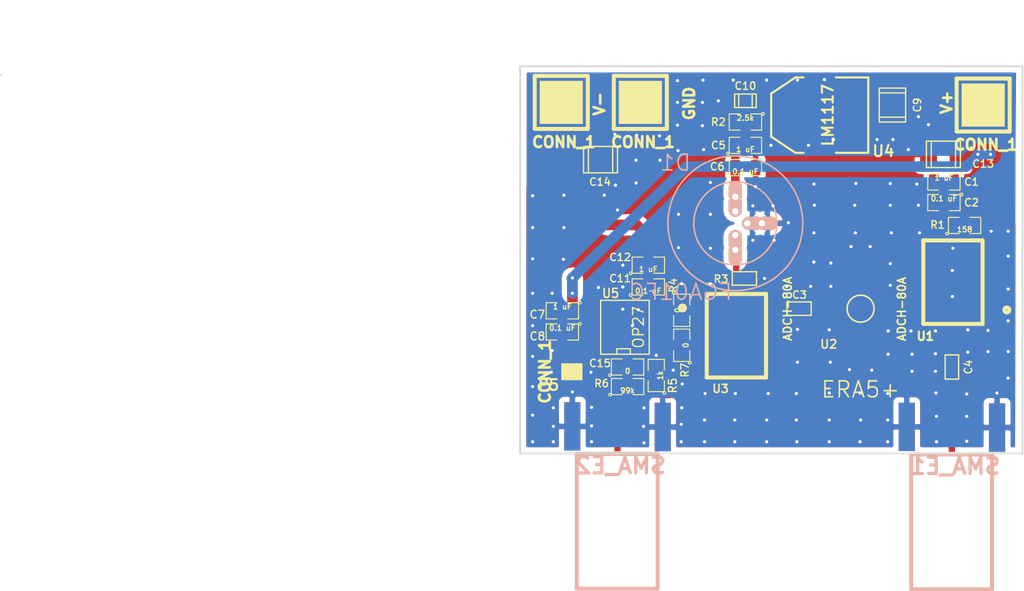
<source format=kicad_pcb>
(kicad_pcb (version 3) (host pcbnew "(22-Jun-2014 BZR 4027)-stable")

  (general
    (links 63)
    (no_connects 0)
    (area 115.474999 46.600001 212.012586 102.140501)
    (thickness 1.6)
    (drawings 10)
    (tracks 505)
    (zones 0)
    (modules 34)
    (nets 15)
  )

  (page A3)
  (layers
    (15 F.Cu signal)
    (0 B.Cu signal)
    (16 B.Adhes user)
    (17 F.Adhes user)
    (18 B.Paste user)
    (19 F.Paste user)
    (20 B.SilkS user)
    (21 F.SilkS user)
    (22 B.Mask user)
    (23 F.Mask user)
    (24 Dwgs.User user)
    (25 Cmts.User user)
    (26 Eco1.User user)
    (27 Eco2.User user)
    (28 Edge.Cuts user)
  )

  (setup
    (last_trace_width 0.8)
    (trace_clearance 0.15)
    (zone_clearance 0.508)
    (zone_45_only no)
    (trace_min 0.15)
    (segment_width 0.2)
    (edge_width 0.15)
    (via_size 0.6)
    (via_drill 0.3)
    (via_min_size 0.6)
    (via_min_drill 0.3)
    (uvia_size 0.508)
    (uvia_drill 0.127)
    (uvias_allowed no)
    (uvia_min_size 0.508)
    (uvia_min_drill 0.127)
    (pcb_text_width 0.3)
    (pcb_text_size 1.5 1.5)
    (mod_edge_width 0.15)
    (mod_text_size 1.5 1.5)
    (mod_text_width 0.15)
    (pad_size 1.25 2)
    (pad_drill 0.6)
    (pad_to_mask_clearance 0.2)
    (aux_axis_origin 0 0)
    (visible_elements FFFF6739)
    (pcbplotparams
      (layerselection 335511553)
      (usegerberextensions false)
      (excludeedgelayer true)
      (linewidth 0.100000)
      (plotframeref false)
      (viasonmask false)
      (mode 1)
      (useauxorigin false)
      (hpglpennumber 1)
      (hpglpenspeed 20)
      (hpglpendiameter 15)
      (hpglpenoverlay 2)
      (psnegative false)
      (psa4output false)
      (plotreference true)
      (plotvalue false)
      (plotothertext true)
      (plotinvisibletext false)
      (padsonsilk false)
      (subtractmaskfromsilk false)
      (outputformat 1)
      (mirror false)
      (drillshape 0)
      (scaleselection 1)
      (outputdirectory fga01fc_v02/))
  )

  (net 0 "")
  (net 1 +5V)
  (net 2 GND)
  (net 3 N-0000010)
  (net 4 N-0000011)
  (net 5 N-0000012)
  (net 6 N-0000013)
  (net 7 N-0000014)
  (net 8 N-000002)
  (net 9 N-000004)
  (net 10 N-000007)
  (net 11 N-000008)
  (net 12 N-000009)
  (net 13 VCC)
  (net 14 VEE)

  (net_class Default "This is the default net class."
    (clearance 0.15)
    (trace_width 0.8)
    (via_dia 0.6)
    (via_drill 0.3)
    (uvia_dia 0.508)
    (uvia_drill 0.127)
    (add_net "")
    (add_net N-0000011)
    (add_net N-0000014)
    (add_net N-000002)
    (add_net N-000004)
    (add_net N-000007)
    (add_net N-000008)
    (add_net N-000009)
  )

  (net_class 50_ohms ""
    (clearance 0.15)
    (trace_width 0.6)
    (via_dia 0.6)
    (via_drill 0.3)
    (uvia_dia 0.508)
    (uvia_drill 0.127)
    (add_net N-0000010)
    (add_net N-0000012)
    (add_net N-0000013)
  )

  (net_class Alim ""
    (clearance 0.15)
    (trace_width 1)
    (via_dia 0.889)
    (via_drill 0.3)
    (uvia_dia 0.508)
    (uvia_drill 0.127)
    (add_net +5V)
    (add_net VCC)
    (add_net VEE)
  )

  (net_class GND ""
    (clearance 0.15)
    (trace_width 0.4)
    (via_dia 0.6)
    (via_drill 0.3)
    (uvia_dia 0.508)
    (uvia_drill 0.127)
    (add_net GND)
  )

  (module MY_SMA_EDGE (layer B.Cu) (tedit 54217856) (tstamp 5406FB3D)
    (at 205.15 89.1 270)
    (path /54006970)
    (fp_text reference SMA_E1 (at 1.1 -0.3 360) (layer B.SilkS)
      (effects (font (size 1.524 1.524) (thickness 0.3048)) (justify mirror))
    )
    (fp_text value AC (at 0 -2.54 270) (layer B.SilkS) hide
      (effects (font (size 1.524 1.524) (thickness 0.3048)) (justify mirror))
    )
    (fp_line (start 0 3.8354) (end 0 -3.7846) (layer B.SilkS) (width 0.381))
    (fp_line (start 0 -3.7846) (end 12.7 -3.7846) (layer B.SilkS) (width 0.381))
    (fp_line (start 12.7 -3.7846) (end 12.7 3.8354) (layer B.SilkS) (width 0.381))
    (fp_line (start 12.7 3.8354) (end 0 3.8354) (layer B.SilkS) (width 0.381))
    (pad 0 connect rect (at -2.6035 4.2545 270) (size 4.572 1.524)
      (layers *.Cu B.Mask)
      (net 2 GND)
    )
    (pad 2 connect rect (at -2.54 -4.2545 270) (size 4.572 1.524)
      (layers *.Cu B.Mask)
      (net 2 GND)
    )
    (pad 1 connect rect (at -2.5 0 270) (size 4.5 0.6)
      (layers F.Cu B.Mask)
      (net 12 N-000009)
    )
    (model SMA_EDGE.wrl
      (at (xyz -0.205 -0.05 -0.12))
      (scale (xyz 1.3 1.3 1.3))
      (rotate (xyz 270 0 180))
    )
  )

  (module SM0805 (layer F.Cu) (tedit 5451F56B) (tstamp 53FF3486)
    (at 168.45 77.55 180)
    (path /4E5683C8)
    (attr smd)
    (fp_text reference C8 (at 2.35 -0.4 180) (layer F.SilkS)
      (effects (font (size 0.75 0.75) (thickness 0.125)))
    )
    (fp_text value "0.1 uF" (at 0 0.381 180) (layer F.SilkS)
      (effects (font (size 0.50038 0.50038) (thickness 0.10922)))
    )
    (fp_circle (center -1.651 0.762) (end -1.651 0.635) (layer F.SilkS) (width 0.09906))
    (fp_line (start -0.508 0.762) (end -1.524 0.762) (layer F.SilkS) (width 0.09906))
    (fp_line (start -1.524 0.762) (end -1.524 -0.762) (layer F.SilkS) (width 0.09906))
    (fp_line (start -1.524 -0.762) (end -0.508 -0.762) (layer F.SilkS) (width 0.09906))
    (fp_line (start 0.508 -0.762) (end 1.524 -0.762) (layer F.SilkS) (width 0.09906))
    (fp_line (start 1.524 -0.762) (end 1.524 0.762) (layer F.SilkS) (width 0.09906))
    (fp_line (start 1.524 0.762) (end 0.508 0.762) (layer F.SilkS) (width 0.09906))
    (pad 1 smd rect (at -0.9525 0 180) (size 0.889 1.397)
      (layers F.Cu F.Paste F.Mask)
      (net 13 VCC)
    )
    (pad 2 smd rect (at 0.9525 0 180) (size 0.889 1.397)
      (layers F.Cu F.Paste F.Mask)
      (net 2 GND)
    )
    (model smd/chip_cms.wrl
      (at (xyz 0 0 0))
      (scale (xyz 0.1 0.1 0.1))
      (rotate (xyz 0 0 0))
    )
  )

  (module SM0805 (layer F.Cu) (tedit 5451F45D) (tstamp 53FF3493)
    (at 179.7 75.5 270)
    (path /543E66E0)
    (attr smd)
    (fp_text reference R4 (at -2.35 0.8 270) (layer F.SilkS)
      (effects (font (size 0.7 0.7) (thickness 0.125)))
    )
    (fp_text value 0 (at 0 0.381 270) (layer F.SilkS)
      (effects (font (size 0.50038 0.50038) (thickness 0.10922)))
    )
    (fp_circle (center -1.651 0.762) (end -1.651 0.635) (layer F.SilkS) (width 0.09906))
    (fp_line (start -0.508 0.762) (end -1.524 0.762) (layer F.SilkS) (width 0.09906))
    (fp_line (start -1.524 0.762) (end -1.524 -0.762) (layer F.SilkS) (width 0.09906))
    (fp_line (start -1.524 -0.762) (end -0.508 -0.762) (layer F.SilkS) (width 0.09906))
    (fp_line (start 0.508 -0.762) (end 1.524 -0.762) (layer F.SilkS) (width 0.09906))
    (fp_line (start 1.524 -0.762) (end 1.524 0.762) (layer F.SilkS) (width 0.09906))
    (fp_line (start 1.524 0.762) (end 0.508 0.762) (layer F.SilkS) (width 0.09906))
    (pad 1 smd rect (at -0.9525 0 270) (size 0.889 1.397)
      (layers F.Cu F.Paste F.Mask)
      (net 2 GND)
    )
    (pad 2 smd rect (at 0.9525 0 270) (size 0.889 1.397)
      (layers F.Cu F.Paste F.Mask)
      (net 4 N-0000011)
    )
    (model smd/chip_cms.wrl
      (at (xyz 0 0 0))
      (scale (xyz 0.1 0.1 0.1))
      (rotate (xyz 0 0 0))
    )
  )

  (module SM0805 (layer F.Cu) (tedit 5451F461) (tstamp 53FF34E1)
    (at 177.3 81.65 90)
    (path /4E567D57)
    (attr smd)
    (fp_text reference R5 (at -0.95 1.55 90) (layer F.SilkS)
      (effects (font (size 0.75 0.75) (thickness 0.125095)))
    )
    (fp_text value 1k (at 0 0.381 90) (layer F.SilkS)
      (effects (font (size 0.50038 0.50038) (thickness 0.10922)))
    )
    (fp_circle (center -1.651 0.762) (end -1.651 0.635) (layer F.SilkS) (width 0.09906))
    (fp_line (start -0.508 0.762) (end -1.524 0.762) (layer F.SilkS) (width 0.09906))
    (fp_line (start -1.524 0.762) (end -1.524 -0.762) (layer F.SilkS) (width 0.09906))
    (fp_line (start -1.524 -0.762) (end -0.508 -0.762) (layer F.SilkS) (width 0.09906))
    (fp_line (start 0.508 -0.762) (end 1.524 -0.762) (layer F.SilkS) (width 0.09906))
    (fp_line (start 1.524 -0.762) (end 1.524 0.762) (layer F.SilkS) (width 0.09906))
    (fp_line (start 1.524 0.762) (end 0.508 0.762) (layer F.SilkS) (width 0.09906))
    (pad 1 smd rect (at -0.9525 0 90) (size 0.889 1.397)
      (layers F.Cu F.Paste F.Mask)
      (net 10 N-000007)
    )
    (pad 2 smd rect (at 0.9525 0 90) (size 0.889 1.397)
      (layers F.Cu F.Paste F.Mask)
      (net 2 GND)
    )
    (model smd/chip_cms.wrl
      (at (xyz 0 0 0))
      (scale (xyz 0.1 0.1 0.1))
      (rotate (xyz 0 0 0))
    )
  )

  (module SM0805 (layer F.Cu) (tedit 5451F42C) (tstamp 53FF3515)
    (at 176.55 73.3)
    (path /4E567FC5)
    (attr smd)
    (fp_text reference C11 (at -2.65 -0.8) (layer F.SilkS)
      (effects (font (size 0.7 0.7) (thickness 0.125)))
    )
    (fp_text value "0.1 uF" (at 0 0.381) (layer F.SilkS)
      (effects (font (size 0.50038 0.50038) (thickness 0.10922)))
    )
    (fp_circle (center -1.651 0.762) (end -1.651 0.635) (layer F.SilkS) (width 0.09906))
    (fp_line (start -0.508 0.762) (end -1.524 0.762) (layer F.SilkS) (width 0.09906))
    (fp_line (start -1.524 0.762) (end -1.524 -0.762) (layer F.SilkS) (width 0.09906))
    (fp_line (start -1.524 -0.762) (end -0.508 -0.762) (layer F.SilkS) (width 0.09906))
    (fp_line (start 0.508 -0.762) (end 1.524 -0.762) (layer F.SilkS) (width 0.09906))
    (fp_line (start 1.524 -0.762) (end 1.524 0.762) (layer F.SilkS) (width 0.09906))
    (fp_line (start 1.524 0.762) (end 0.508 0.762) (layer F.SilkS) (width 0.09906))
    (pad 1 smd rect (at -0.9525 0) (size 0.889 1.397)
      (layers F.Cu F.Paste F.Mask)
      (net 2 GND)
    )
    (pad 2 smd rect (at 0.9525 0) (size 0.889 1.397)
      (layers F.Cu F.Paste F.Mask)
      (net 14 VEE)
    )
    (model smd/chip_cms.wrl
      (at (xyz 0 0 0))
      (scale (xyz 0.1 0.1 0.1))
      (rotate (xyz 0 0 0))
    )
  )

  (module 1PIN_SMD (layer F.Cu) (tedit 5451EF3C) (tstamp 5451EF2C)
    (at 175.8 55.9)
    (descr "module 1 pin (ou trou mecanique de percage)")
    (tags DEV)
    (path /4E568440)
    (fp_text reference GND (at 4.6 0.1 90) (layer F.SilkS)
      (effects (font (size 1.016 1.016) (thickness 0.254)))
    )
    (fp_text value CONN_1 (at 0.24892 3.74904) (layer F.SilkS)
      (effects (font (size 1.016 1.016) (thickness 0.254)))
    )
    (fp_line (start -2.49936 -2.49936) (end 2.49936 -2.49936) (layer F.SilkS) (width 0.381))
    (fp_line (start 2.49936 -2.49936) (end 2.49936 2.49936) (layer F.SilkS) (width 0.381))
    (fp_line (start 2.49936 2.49936) (end -2.49936 2.49936) (layer F.SilkS) (width 0.381))
    (fp_line (start -2.49936 2.49936) (end -2.49936 -2.49936) (layer F.SilkS) (width 0.381))
    (pad 1 smd rect (at 0 0) (size 4.064 4.064)
      (layers F.Cu F.Paste F.SilkS F.Mask)
      (net 2 GND)
    )
  )

  (module 1PIN_SMD (layer F.Cu) (tedit 5451EF47) (tstamp 54097605)
    (at 208.1 56.15)
    (descr "module 1 pin (ou trou mecanique de percage)")
    (tags DEV)
    (path /4E567E0E)
    (fp_text reference V+ (at -3.45 -0.25 90) (layer F.SilkS)
      (effects (font (size 1.016 1.016) (thickness 0.254)))
    )
    (fp_text value CONN_1 (at 0.24892 3.74904) (layer F.SilkS)
      (effects (font (size 1.016 1.016) (thickness 0.254)))
    )
    (fp_line (start -2.49936 -2.49936) (end 2.49936 -2.49936) (layer F.SilkS) (width 0.381))
    (fp_line (start 2.49936 -2.49936) (end 2.49936 2.49936) (layer F.SilkS) (width 0.381))
    (fp_line (start 2.49936 2.49936) (end -2.49936 2.49936) (layer F.SilkS) (width 0.381))
    (fp_line (start -2.49936 2.49936) (end -2.49936 -2.49936) (layer F.SilkS) (width 0.381))
    (pad 1 smd rect (at 0 0) (size 4.064 4.064)
      (layers F.Cu F.Paste F.SilkS F.Mask)
      (net 13 VCC)
    )
  )

  (module 1PIN_SMD (layer F.Cu) (tedit 5451F37C) (tstamp 5451F408)
    (at 168.35 55.9)
    (descr "module 1 pin (ou trou mecanique de percage)")
    (tags DEV)
    (path /4E567FD6)
    (fp_text reference V- (at 3.6 0.15 90) (layer F.SilkS)
      (effects (font (size 1.016 1.016) (thickness 0.254)))
    )
    (fp_text value CONN_1 (at 0.24892 3.74904) (layer F.SilkS)
      (effects (font (size 1.016 1.016) (thickness 0.254)))
    )
    (fp_line (start -2.49936 -2.49936) (end 2.49936 -2.49936) (layer F.SilkS) (width 0.381))
    (fp_line (start 2.49936 -2.49936) (end 2.49936 2.49936) (layer F.SilkS) (width 0.381))
    (fp_line (start 2.49936 2.49936) (end -2.49936 2.49936) (layer F.SilkS) (width 0.381))
    (fp_line (start -2.49936 2.49936) (end -2.49936 -2.49936) (layer F.SilkS) (width 0.381))
    (pad 1 smd rect (at 0 0) (size 4.064 4.064)
      (layers F.Cu F.Paste F.SilkS F.Mask)
      (net 14 VEE)
    )
  )

  (module SM0805 (layer F.Cu) (tedit 5451F570) (tstamp 53FF342B)
    (at 168.45 75.55 180)
    (path /53FF12EF)
    (attr smd)
    (fp_text reference C7 (at 2.35 -0.35 180) (layer F.SilkS)
      (effects (font (size 0.75 0.75) (thickness 0.125)))
    )
    (fp_text value "1 uF" (at 0 0.381 180) (layer F.SilkS)
      (effects (font (size 0.50038 0.50038) (thickness 0.10922)))
    )
    (fp_circle (center -1.651 0.762) (end -1.651 0.635) (layer F.SilkS) (width 0.09906))
    (fp_line (start -0.508 0.762) (end -1.524 0.762) (layer F.SilkS) (width 0.09906))
    (fp_line (start -1.524 0.762) (end -1.524 -0.762) (layer F.SilkS) (width 0.09906))
    (fp_line (start -1.524 -0.762) (end -0.508 -0.762) (layer F.SilkS) (width 0.09906))
    (fp_line (start 0.508 -0.762) (end 1.524 -0.762) (layer F.SilkS) (width 0.09906))
    (fp_line (start 1.524 -0.762) (end 1.524 0.762) (layer F.SilkS) (width 0.09906))
    (fp_line (start 1.524 0.762) (end 0.508 0.762) (layer F.SilkS) (width 0.09906))
    (pad 1 smd rect (at -0.9525 0 180) (size 0.889 1.397)
      (layers F.Cu F.Paste F.Mask)
      (net 13 VCC)
    )
    (pad 2 smd rect (at 0.9525 0 180) (size 0.889 1.397)
      (layers F.Cu F.Paste F.Mask)
      (net 2 GND)
    )
    (model smd/chip_cms.wrl
      (at (xyz 0 0 0))
      (scale (xyz 0.1 0.1 0.1))
      (rotate (xyz 0 0 0))
    )
  )

  (module SM0805 (layer F.Cu) (tedit 5451F35F) (tstamp 540975D7)
    (at 204.4 65.35 180)
    (path /4E5675C2)
    (attr smd)
    (fp_text reference C2 (at -2.6 0 180) (layer F.SilkS)
      (effects (font (size 0.7 0.7) (thickness 0.125)))
    )
    (fp_text value "0.1 uF" (at 0 0.381 180) (layer F.SilkS)
      (effects (font (size 0.50038 0.50038) (thickness 0.10922)))
    )
    (fp_circle (center -1.651 0.762) (end -1.651 0.635) (layer F.SilkS) (width 0.09906))
    (fp_line (start -0.508 0.762) (end -1.524 0.762) (layer F.SilkS) (width 0.09906))
    (fp_line (start -1.524 0.762) (end -1.524 -0.762) (layer F.SilkS) (width 0.09906))
    (fp_line (start -1.524 -0.762) (end -0.508 -0.762) (layer F.SilkS) (width 0.09906))
    (fp_line (start 0.508 -0.762) (end 1.524 -0.762) (layer F.SilkS) (width 0.09906))
    (fp_line (start 1.524 -0.762) (end 1.524 0.762) (layer F.SilkS) (width 0.09906))
    (fp_line (start 1.524 0.762) (end 0.508 0.762) (layer F.SilkS) (width 0.09906))
    (pad 1 smd rect (at -0.9525 0 180) (size 0.889 1.397)
      (layers F.Cu F.Paste F.Mask)
      (net 13 VCC)
    )
    (pad 2 smd rect (at 0.9525 0 180) (size 0.889 1.397)
      (layers F.Cu F.Paste F.Mask)
      (net 2 GND)
    )
    (model smd/chip_cms.wrl
      (at (xyz 0 0 0))
      (scale (xyz 0.1 0.1 0.1))
      (rotate (xyz 0 0 0))
    )
  )

  (module SM0805 (layer F.Cu) (tedit 5451F431) (tstamp 53FF346C)
    (at 176.55 71.25)
    (path /53FF12F5)
    (attr smd)
    (fp_text reference C12 (at -2.65 -0.75) (layer F.SilkS)
      (effects (font (size 0.7 0.7) (thickness 0.125)))
    )
    (fp_text value "1 uF" (at 0 0.381) (layer F.SilkS)
      (effects (font (size 0.50038 0.50038) (thickness 0.10922)))
    )
    (fp_circle (center -1.651 0.762) (end -1.651 0.635) (layer F.SilkS) (width 0.09906))
    (fp_line (start -0.508 0.762) (end -1.524 0.762) (layer F.SilkS) (width 0.09906))
    (fp_line (start -1.524 0.762) (end -1.524 -0.762) (layer F.SilkS) (width 0.09906))
    (fp_line (start -1.524 -0.762) (end -0.508 -0.762) (layer F.SilkS) (width 0.09906))
    (fp_line (start 0.508 -0.762) (end 1.524 -0.762) (layer F.SilkS) (width 0.09906))
    (fp_line (start 1.524 -0.762) (end 1.524 0.762) (layer F.SilkS) (width 0.09906))
    (fp_line (start 1.524 0.762) (end 0.508 0.762) (layer F.SilkS) (width 0.09906))
    (pad 1 smd rect (at -0.9525 0) (size 0.889 1.397)
      (layers F.Cu F.Paste F.Mask)
      (net 2 GND)
    )
    (pad 2 smd rect (at 0.9525 0) (size 0.889 1.397)
      (layers F.Cu F.Paste F.Mask)
      (net 14 VEE)
    )
    (model smd/chip_cms.wrl
      (at (xyz 0 0 0))
      (scale (xyz 0.1 0.1 0.1))
      (rotate (xyz 0 0 0))
    )
  )

  (module SM0805 (layer F.Cu) (tedit 5451F365) (tstamp 53FF34AD)
    (at 206.35 67.5)
    (path /4E5675D0)
    (attr smd)
    (fp_text reference R1 (at -2.55 -0.05) (layer F.SilkS)
      (effects (font (size 0.7 0.7) (thickness 0.125)))
    )
    (fp_text value 158 (at 0 0.381) (layer F.SilkS)
      (effects (font (size 0.50038 0.50038) (thickness 0.10922)))
    )
    (fp_circle (center -1.651 0.762) (end -1.651 0.635) (layer F.SilkS) (width 0.09906))
    (fp_line (start -0.508 0.762) (end -1.524 0.762) (layer F.SilkS) (width 0.09906))
    (fp_line (start -1.524 0.762) (end -1.524 -0.762) (layer F.SilkS) (width 0.09906))
    (fp_line (start -1.524 -0.762) (end -0.508 -0.762) (layer F.SilkS) (width 0.09906))
    (fp_line (start 0.508 -0.762) (end 1.524 -0.762) (layer F.SilkS) (width 0.09906))
    (fp_line (start 1.524 -0.762) (end 1.524 0.762) (layer F.SilkS) (width 0.09906))
    (fp_line (start 1.524 0.762) (end 0.508 0.762) (layer F.SilkS) (width 0.09906))
    (pad 1 smd rect (at -0.9525 0) (size 0.889 1.397)
      (layers F.Cu F.Paste F.Mask)
      (net 13 VCC)
    )
    (pad 2 smd rect (at 0.9525 0) (size 0.889 1.397)
      (layers F.Cu F.Paste F.Mask)
      (net 3 N-0000010)
    )
    (model smd/chip_cms.wrl
      (at (xyz 0 0 0))
      (scale (xyz 0.1 0.1 0.1))
      (rotate (xyz 0 0 0))
    )
  )

  (module SM0805 (layer F.Cu) (tedit 5451F2CA) (tstamp 53FF34BA)
    (at 185.7 57.75 180)
    (path /4E567D2A)
    (attr smd)
    (fp_text reference R2 (at 2.55 0 180) (layer F.SilkS)
      (effects (font (size 0.7 0.7) (thickness 0.125)))
    )
    (fp_text value 2.5k (at 0 0.381 180) (layer F.SilkS)
      (effects (font (size 0.50038 0.50038) (thickness 0.10922)))
    )
    (fp_circle (center -1.651 0.762) (end -1.651 0.635) (layer F.SilkS) (width 0.09906))
    (fp_line (start -0.508 0.762) (end -1.524 0.762) (layer F.SilkS) (width 0.09906))
    (fp_line (start -1.524 0.762) (end -1.524 -0.762) (layer F.SilkS) (width 0.09906))
    (fp_line (start -1.524 -0.762) (end -0.508 -0.762) (layer F.SilkS) (width 0.09906))
    (fp_line (start 0.508 -0.762) (end 1.524 -0.762) (layer F.SilkS) (width 0.09906))
    (fp_line (start 1.524 -0.762) (end 1.524 0.762) (layer F.SilkS) (width 0.09906))
    (fp_line (start 1.524 0.762) (end 0.508 0.762) (layer F.SilkS) (width 0.09906))
    (pad 1 smd rect (at -0.9525 0 180) (size 0.889 1.397)
      (layers F.Cu F.Paste F.Mask)
      (net 1 +5V)
    )
    (pad 2 smd rect (at 0.9525 0 180) (size 0.889 1.397)
      (layers F.Cu F.Paste F.Mask)
      (net 8 N-000002)
    )
    (model smd/chip_cms.wrl
      (at (xyz 0 0 0))
      (scale (xyz 0.1 0.1 0.1))
      (rotate (xyz 0 0 0))
    )
  )

  (module MY_SMA_EDGE (layer B.Cu) (tedit 54217856) (tstamp 5406FB92)
    (at 173.65 89.05 270)
    (path /54006961)
    (fp_text reference SMA_E2 (at 1.1 -0.3 360) (layer B.SilkS)
      (effects (font (size 1.524 1.524) (thickness 0.3048)) (justify mirror))
    )
    (fp_text value DC (at 0 -2.54 270) (layer B.SilkS) hide
      (effects (font (size 1.524 1.524) (thickness 0.3048)) (justify mirror))
    )
    (fp_line (start 0 3.8354) (end 0 -3.7846) (layer B.SilkS) (width 0.381))
    (fp_line (start 0 -3.7846) (end 12.7 -3.7846) (layer B.SilkS) (width 0.381))
    (fp_line (start 12.7 -3.7846) (end 12.7 3.8354) (layer B.SilkS) (width 0.381))
    (fp_line (start 12.7 3.8354) (end 0 3.8354) (layer B.SilkS) (width 0.381))
    (pad 0 connect rect (at -2.6035 4.2545 270) (size 4.572 1.524)
      (layers *.Cu B.Mask)
      (net 2 GND)
    )
    (pad 2 connect rect (at -2.54 -4.2545 270) (size 4.572 1.524)
      (layers *.Cu B.Mask)
      (net 2 GND)
    )
    (pad 1 connect rect (at -2.5 0 270) (size 4.5 0.6)
      (layers F.Cu B.Mask)
      (net 9 N-000004)
    )
    (model SMA_EDGE.wrl
      (at (xyz -0.205 -0.05 -0.12))
      (scale (xyz 1.3 1.3 1.3))
      (rotate (xyz 270 0 180))
    )
  )

  (module 1PIN_SMALL_SMD (layer F.Cu) (tedit 5451F185) (tstamp 543FDB4C)
    (at 169.35 81.3 270)
    (descr "module 1 pin (ou trou mecanique de percage)")
    (tags DEV)
    (path /543F8102)
    (fp_text reference P5 (at 1.25 2.2 360) (layer F.SilkS)
      (effects (font (size 1.016 1.016) (thickness 0.2)))
    )
    (fp_text value CONN_1 (at 0 2.54 270) (layer F.SilkS)
      (effects (font (size 1.016 1.016) (thickness 0.254)))
    )
    (pad 1 smd rect (at 0 0 270) (size 1.6 2)
      (layers F.Cu F.Paste F.SilkS F.Mask)
      (net 2 GND)
    )
  )

  (module PHOTODIODES (layer B.Cu) (tedit 543F6C5A) (tstamp 53FF33E6)
    (at 184.75 67.3)
    (path /530336D3)
    (fp_text reference D1 (at -5.6515 -5.715) (layer B.SilkS)
      (effects (font (size 1.5 1.5) (thickness 0.15)) (justify mirror))
    )
    (fp_text value FGA01FC (at -5.1435 6.477) (layer B.SilkS)
      (effects (font (size 1.5 1.5) (thickness 0.15)) (justify mirror))
    )
    (fp_circle (center 0 0) (end 6.35 0.127) (layer B.SilkS) (width 0.15))
    (fp_circle (center 0 0) (end 3.8735 0.5715) (layer B.SilkS) (width 0.15))
    (pad 3 thru_hole oval (at 0 1.125) (size 1.25 2) (drill 0.6 (offset 0 0.5))
      (layers *.Cu *.Mask B.SilkS)
      (net 7 N-0000014)
    )
    (pad 2 thru_hole oval (at 1.125 0) (size 2 1.25) (drill 0.6 (offset 0.5 0))
      (layers *.Cu *.Mask B.SilkS)
      (net 2 GND)
    )
    (pad 1 thru_hole oval (at 0 -1.125) (size 1.25 2) (drill 0.6 (offset 0 -0.5))
      (layers *.Cu *.Mask B.SilkS)
      (net 8 N-000002)
    )
    (pad 3 thru_hole oval (at 0 2.5) (size 1.25 2) (drill 0.6 (offset 0 0.5))
      (layers *.Cu *.Mask B.SilkS)
      (net 7 N-0000014)
    )
    (pad 2 thru_hole oval (at 2.5 0 90) (size 1.25 2) (drill 0.6 (offset 0 0.5))
      (layers *.Cu *.Mask B.SilkS)
      (net 2 GND)
    )
    (pad 1 thru_hole oval (at 0 -2.5 180) (size 1.25 2) (drill 0.6 (offset 0 0.5))
      (layers *.Cu *.Mask B.SilkS)
      (net 8 N-000002)
    )
  )

  (module CD542 (layer F.Cu) (tedit 5452105D) (tstamp 5406FB86)
    (at 205.25 72.85 90)
    (path /5406E05D)
    (fp_text reference U1 (at -5.1 -2.6 180) (layer F.SilkS)
      (effects (font (size 0.8 0.8) (thickness 0.2)))
    )
    (fp_text value ADCH-80A (at -2.54 -4.826 90) (layer F.SilkS)
      (effects (font (size 0.762 0.762) (thickness 0.1524)))
    )
    (fp_circle (center -2.6162 5.08) (end -2.3876 5.1054) (layer F.SilkS) (width 0.381))
    (fp_line (start -3.937 -2.794) (end 3.937 -2.794) (layer F.SilkS) (width 0.381))
    (fp_line (start 3.937 -2.794) (end 3.937 2.794) (layer F.SilkS) (width 0.381))
    (fp_line (start 3.937 2.794) (end -3.937 2.794) (layer F.SilkS) (width 0.381))
    (fp_line (start -3.937 2.794) (end -3.937 -2.794) (layer F.SilkS) (width 0.381))
    (pad 6 smd rect (at -2.54 -2.54 90) (size 1.651 2.54)
      (layers F.Cu F.Paste F.Mask)
      (net 11 N-000008)
    )
    (pad 5 smd rect (at 0 -2.54 90) (size 1.651 2.54)
      (layers F.Cu F.Paste F.Mask)
    )
    (pad 4 smd rect (at 2.54 -2.54 90) (size 1.651 2.54)
      (layers F.Cu F.Paste F.Mask)
    )
    (pad 3 smd rect (at 2.54 2.54 90) (size 1.651 2.54)
      (layers F.Cu F.Paste F.Mask)
      (net 3 N-0000010)
    )
    (pad 2 smd rect (at 0 2.54 90) (size 1.651 2.54)
      (layers F.Cu F.Paste F.Mask)
    )
    (pad 1 smd rect (at -2.54 2.54 90) (size 1.651 2.54)
      (layers F.Cu F.Paste F.Mask)
    )
  )

  (module VV105 (layer F.Cu) (tedit 5451F46A) (tstamp 543FE2DC)
    (at 196.55 75.35)
    (path /53033C3A)
    (fp_text reference U2 (at -3 3.35) (layer F.SilkS)
      (effects (font (size 0.8 0.8) (thickness 0.15)))
    )
    (fp_text value ERA5+ (at 0 7.62) (layer F.SilkS)
      (effects (font (size 1.5 1.5) (thickness 0.15)))
    )
    (fp_circle (center 0 0) (end 1.016 -0.762) (layer F.SilkS) (width 0.15))
    (pad 1 smd rect (at -2.7018 0) (size 2 1.6764)
      (layers F.Cu F.Paste F.Mask)
      (net 5 N-0000012)
    )
    (pad 3 smd rect (at 2.7018 0) (size 2 1.6764)
      (layers F.Cu F.Paste F.Mask)
      (net 11 N-000008)
    )
    (pad 4 smd rect (at 0 -3.0988) (size 3.048 3.2004)
      (layers F.Cu F.Paste F.Mask)
      (net 2 GND)
    )
    (pad 2 smd rect (at 0 3.0988) (size 3.048 3.2004)
      (layers F.Cu F.Paste F.Mask)
      (net 2 GND)
    )
  )

  (module SM0603 (layer F.Cu) (tedit 5451F332) (tstamp 543FE2E7)
    (at 190.75 75.35)
    (path /4E567D84)
    (attr smd)
    (fp_text reference C3 (at 0.05 -1.3) (layer F.SilkS)
      (effects (font (size 0.7 0.7) (thickness 0.125)))
    )
    (fp_text value "10 nF" (at 0 0) (layer F.SilkS) hide
      (effects (font (size 0.508 0.4572) (thickness 0.1143)))
    )
    (fp_line (start -1.143 -0.635) (end 1.143 -0.635) (layer F.SilkS) (width 0.127))
    (fp_line (start 1.143 -0.635) (end 1.143 0.635) (layer F.SilkS) (width 0.127))
    (fp_line (start 1.143 0.635) (end -1.143 0.635) (layer F.SilkS) (width 0.127))
    (fp_line (start -1.143 0.635) (end -1.143 -0.635) (layer F.SilkS) (width 0.127))
    (pad 1 smd rect (at -0.762 0) (size 0.635 1.143)
      (layers F.Cu F.Paste F.Mask)
      (net 7 N-0000014)
    )
    (pad 2 smd rect (at 0.762 0) (size 0.635 1.143)
      (layers F.Cu F.Paste F.Mask)
      (net 5 N-0000012)
    )
    (model smd\resistors\R0603.wrl
      (at (xyz 0 0 0.001))
      (scale (xyz 0.5 0.5 0.5))
      (rotate (xyz 0 0 0))
    )
  )

  (module SM0805 (layer F.Cu) (tedit 5451F363) (tstamp 540975FB)
    (at 204.4 63.4 180)
    (path /53038A64)
    (attr smd)
    (fp_text reference C1 (at -2.6 0 180) (layer F.SilkS)
      (effects (font (size 0.7 0.7) (thickness 0.125)))
    )
    (fp_text value "1 uF" (at 0 0.381 180) (layer F.SilkS)
      (effects (font (size 0.50038 0.50038) (thickness 0.10922)))
    )
    (fp_circle (center -1.651 0.762) (end -1.651 0.635) (layer F.SilkS) (width 0.09906))
    (fp_line (start -0.508 0.762) (end -1.524 0.762) (layer F.SilkS) (width 0.09906))
    (fp_line (start -1.524 0.762) (end -1.524 -0.762) (layer F.SilkS) (width 0.09906))
    (fp_line (start -1.524 -0.762) (end -0.508 -0.762) (layer F.SilkS) (width 0.09906))
    (fp_line (start 0.508 -0.762) (end 1.524 -0.762) (layer F.SilkS) (width 0.09906))
    (fp_line (start 1.524 -0.762) (end 1.524 0.762) (layer F.SilkS) (width 0.09906))
    (fp_line (start 1.524 0.762) (end 0.508 0.762) (layer F.SilkS) (width 0.09906))
    (pad 1 smd rect (at -0.9525 0 180) (size 0.889 1.397)
      (layers F.Cu F.Paste F.Mask)
      (net 13 VCC)
    )
    (pad 2 smd rect (at 0.9525 0 180) (size 0.889 1.397)
      (layers F.Cu F.Paste F.Mask)
      (net 2 GND)
    )
    (model smd/chip_cms.wrl
      (at (xyz 0 0 0))
      (scale (xyz 0.1 0.1 0.1))
      (rotate (xyz 0 0 0))
    )
  )

  (module SM0603 (layer F.Cu) (tedit 5451F269) (tstamp 54071750)
    (at 205.15 80.85 90)
    (path /4E567D96)
    (attr smd)
    (fp_text reference C4 (at 0 1.55 90) (layer F.SilkS)
      (effects (font (size 0.7 0.7) (thickness 0.125)))
    )
    (fp_text value "10 nF" (at 0 0 90) (layer F.SilkS) hide
      (effects (font (size 0.508 0.4572) (thickness 0.1143)))
    )
    (fp_line (start -1.143 -0.635) (end 1.143 -0.635) (layer F.SilkS) (width 0.127))
    (fp_line (start 1.143 -0.635) (end 1.143 0.635) (layer F.SilkS) (width 0.127))
    (fp_line (start 1.143 0.635) (end -1.143 0.635) (layer F.SilkS) (width 0.127))
    (fp_line (start -1.143 0.635) (end -1.143 -0.635) (layer F.SilkS) (width 0.127))
    (pad 1 smd rect (at -0.762 0 90) (size 0.635 1.143)
      (layers F.Cu F.Paste F.Mask)
      (net 12 N-000009)
    )
    (pad 2 smd rect (at 0.762 0 90) (size 0.635 1.143)
      (layers F.Cu F.Paste F.Mask)
      (net 11 N-000008)
    )
    (model smd\resistors\R0603.wrl
      (at (xyz 0 0 0.001))
      (scale (xyz 0.5 0.5 0.5))
      (rotate (xyz 0 0 0))
    )
  )

  (module SM0805 (layer F.Cu) (tedit 5451F2E3) (tstamp 5406FB67)
    (at 185.7 62.05)
    (path /53038825)
    (attr smd)
    (fp_text reference C6 (at -2.65 -0.1) (layer F.SilkS)
      (effects (font (size 0.7 0.7) (thickness 0.125)))
    )
    (fp_text value "0.1 uF" (at 0 0.381) (layer F.SilkS)
      (effects (font (size 0.50038 0.50038) (thickness 0.10922)))
    )
    (fp_circle (center -1.651 0.762) (end -1.651 0.635) (layer F.SilkS) (width 0.09906))
    (fp_line (start -0.508 0.762) (end -1.524 0.762) (layer F.SilkS) (width 0.09906))
    (fp_line (start -1.524 0.762) (end -1.524 -0.762) (layer F.SilkS) (width 0.09906))
    (fp_line (start -1.524 -0.762) (end -0.508 -0.762) (layer F.SilkS) (width 0.09906))
    (fp_line (start 0.508 -0.762) (end 1.524 -0.762) (layer F.SilkS) (width 0.09906))
    (fp_line (start 1.524 -0.762) (end 1.524 0.762) (layer F.SilkS) (width 0.09906))
    (fp_line (start 1.524 0.762) (end 0.508 0.762) (layer F.SilkS) (width 0.09906))
    (pad 1 smd rect (at -0.9525 0) (size 0.889 1.397)
      (layers F.Cu F.Paste F.Mask)
      (net 8 N-000002)
    )
    (pad 2 smd rect (at 0.9525 0) (size 0.889 1.397)
      (layers F.Cu F.Paste F.Mask)
      (net 2 GND)
    )
    (model smd/chip_cms.wrl
      (at (xyz 0 0 0))
      (scale (xyz 0.1 0.1 0.1))
      (rotate (xyz 0 0 0))
    )
  )

  (module SM0805 (layer F.Cu) (tedit 5451F2D8) (tstamp 53FF34FB)
    (at 185.7 59.95)
    (path /53038A04)
    (attr smd)
    (fp_text reference C5 (at -2.55 0) (layer F.SilkS)
      (effects (font (size 0.7 0.7) (thickness 0.125)))
    )
    (fp_text value "1 uF" (at 0 0.381) (layer F.SilkS)
      (effects (font (size 0.50038 0.50038) (thickness 0.10922)))
    )
    (fp_circle (center -1.651 0.762) (end -1.651 0.635) (layer F.SilkS) (width 0.09906))
    (fp_line (start -0.508 0.762) (end -1.524 0.762) (layer F.SilkS) (width 0.09906))
    (fp_line (start -1.524 0.762) (end -1.524 -0.762) (layer F.SilkS) (width 0.09906))
    (fp_line (start -1.524 -0.762) (end -0.508 -0.762) (layer F.SilkS) (width 0.09906))
    (fp_line (start 0.508 -0.762) (end 1.524 -0.762) (layer F.SilkS) (width 0.09906))
    (fp_line (start 1.524 -0.762) (end 1.524 0.762) (layer F.SilkS) (width 0.09906))
    (fp_line (start 1.524 0.762) (end 0.508 0.762) (layer F.SilkS) (width 0.09906))
    (pad 1 smd rect (at -0.9525 0) (size 0.889 1.397)
      (layers F.Cu F.Paste F.Mask)
      (net 8 N-000002)
    )
    (pad 2 smd rect (at 0.9525 0) (size 0.889 1.397)
      (layers F.Cu F.Paste F.Mask)
      (net 2 GND)
    )
    (model smd/chip_cms.wrl
      (at (xyz 0 0 0))
      (scale (xyz 0.1 0.1 0.1))
      (rotate (xyz 0 0 0))
    )
  )

  (module SOT223 (layer F.Cu) (tedit 5451F491) (tstamp 5406FB5A)
    (at 192.7 57.1 90)
    (descr "module CMS SOT223 4 pins")
    (tags "CMS SOT")
    (path /540024AC)
    (attr smd)
    (fp_text reference U4 (at -3.4 6 180) (layer F.SilkS)
      (effects (font (size 1.016 1.016) (thickness 0.2032)))
    )
    (fp_text value LM1117 (at 0 0.762 90) (layer F.SilkS)
      (effects (font (size 1.016 1.016) (thickness 0.2032)))
    )
    (fp_line (start -3.556 1.524) (end -3.556 4.572) (layer F.SilkS) (width 0.2032))
    (fp_line (start -3.556 4.572) (end 3.556 4.572) (layer F.SilkS) (width 0.2032))
    (fp_line (start 3.556 4.572) (end 3.556 1.524) (layer F.SilkS) (width 0.2032))
    (fp_line (start -3.556 -1.524) (end -3.556 -2.286) (layer F.SilkS) (width 0.2032))
    (fp_line (start -3.556 -2.286) (end -2.032 -4.572) (layer F.SilkS) (width 0.2032))
    (fp_line (start -2.032 -4.572) (end 2.032 -4.572) (layer F.SilkS) (width 0.2032))
    (fp_line (start 2.032 -4.572) (end 3.556 -2.286) (layer F.SilkS) (width 0.2032))
    (fp_line (start 3.556 -2.286) (end 3.556 -1.524) (layer F.SilkS) (width 0.2032))
    (pad 4 smd rect (at 0 -3.302 90) (size 3.6576 2.032)
      (layers F.Cu F.Paste F.Mask)
      (net 1 +5V)
    )
    (pad 2 smd rect (at 0 3.302 90) (size 1.016 2.032)
      (layers F.Cu F.Paste F.Mask)
      (net 1 +5V)
    )
    (pad 3 smd rect (at 2.286 3.302 90) (size 1.016 2.032)
      (layers F.Cu F.Paste F.Mask)
      (net 13 VCC)
    )
    (pad 1 smd rect (at -2.286 3.302 90) (size 1.016 2.032)
      (layers F.Cu F.Paste F.Mask)
      (net 2 GND)
    )
    (model smd/SOT223.wrl
      (at (xyz 0 0 0))
      (scale (xyz 0.4 0.4 0.4))
      (rotate (xyz 0 0 0))
    )
  )

  (module SO8N (layer F.Cu) (tedit 5451F57C) (tstamp 543E9984)
    (at 174.35 77.1 90)
    (descr "Module CMS SOJ 8 pins large")
    (tags "CMS SOJ")
    (path /53038168)
    (attr smd)
    (fp_text reference U5 (at 3.2 -1.35 180) (layer F.SilkS)
      (effects (font (size 0.85 0.8) (thickness 0.15)))
    )
    (fp_text value OP27 (at 0 1.27 90) (layer F.SilkS)
      (effects (font (size 1.016 1.016) (thickness 0.127)))
    )
    (fp_line (start -2.54 -2.286) (end 2.54 -2.286) (layer F.SilkS) (width 0.127))
    (fp_line (start 2.54 -2.286) (end 2.54 2.286) (layer F.SilkS) (width 0.127))
    (fp_line (start 2.54 2.286) (end -2.54 2.286) (layer F.SilkS) (width 0.127))
    (fp_line (start -2.54 2.286) (end -2.54 -2.286) (layer F.SilkS) (width 0.127))
    (fp_line (start -2.54 -0.762) (end -2.032 -0.762) (layer F.SilkS) (width 0.127))
    (fp_line (start -2.032 -0.762) (end -2.032 0.508) (layer F.SilkS) (width 0.127))
    (fp_line (start -2.032 0.508) (end -2.54 0.508) (layer F.SilkS) (width 0.127))
    (pad 8 smd rect (at -1.905 -3.175 90) (size 0.508 1.143)
      (layers F.Cu F.Paste F.Mask)
    )
    (pad 7 smd rect (at -0.635 -3.175 90) (size 0.508 1.143)
      (layers F.Cu F.Paste F.Mask)
      (net 13 VCC)
    )
    (pad 6 smd rect (at 0.635 -3.175 90) (size 0.508 1.143)
      (layers F.Cu F.Paste F.Mask)
      (net 9 N-000004)
    )
    (pad 5 smd rect (at 1.905 -3.175 90) (size 0.508 1.143)
      (layers F.Cu F.Paste F.Mask)
    )
    (pad 4 smd rect (at 1.905 3.175 90) (size 0.508 1.143)
      (layers F.Cu F.Paste F.Mask)
      (net 14 VEE)
    )
    (pad 3 smd rect (at 0.635 3.175 90) (size 0.508 1.143)
      (layers F.Cu F.Paste F.Mask)
      (net 4 N-0000011)
    )
    (pad 2 smd rect (at -0.635 3.175 90) (size 0.508 1.143)
      (layers F.Cu F.Paste F.Mask)
      (net 10 N-000007)
    )
    (pad 1 smd rect (at -1.905 3.175 90) (size 0.508 1.143)
      (layers F.Cu F.Paste F.Mask)
    )
    (model smd/cms_so8.wrl
      (at (xyz 0 0 0))
      (scale (xyz 0.5 0.38 0.5))
      (rotate (xyz 0 0 0))
    )
  )

  (module CD542 (layer F.Cu) (tedit 5451F535) (tstamp 543FE2F7)
    (at 184.85 77.9 270)
    (path /543F6CE3)
    (fp_text reference U3 (at 5 1.5 360) (layer F.SilkS)
      (effects (font (size 0.762 0.762) (thickness 0.1524)))
    )
    (fp_text value ADCH-80A (at -2.54 -4.826 270) (layer F.SilkS)
      (effects (font (size 0.762 0.762) (thickness 0.1524)))
    )
    (fp_circle (center -2.6162 5.08) (end -2.3876 5.1054) (layer F.SilkS) (width 0.381))
    (fp_line (start -3.937 -2.794) (end 3.937 -2.794) (layer F.SilkS) (width 0.381))
    (fp_line (start 3.937 -2.794) (end 3.937 2.794) (layer F.SilkS) (width 0.381))
    (fp_line (start 3.937 2.794) (end -3.937 2.794) (layer F.SilkS) (width 0.381))
    (fp_line (start -3.937 2.794) (end -3.937 -2.794) (layer F.SilkS) (width 0.381))
    (pad 6 smd rect (at -2.54 -2.54 270) (size 1.651 2.54)
      (layers F.Cu F.Paste F.Mask)
      (net 7 N-0000014)
    )
    (pad 5 smd rect (at 0 -2.54 270) (size 1.651 2.54)
      (layers F.Cu F.Paste F.Mask)
    )
    (pad 4 smd rect (at 2.54 -2.54 270) (size 1.651 2.54)
      (layers F.Cu F.Paste F.Mask)
    )
    (pad 3 smd rect (at 2.54 2.54 270) (size 1.651 2.54)
      (layers F.Cu F.Paste F.Mask)
      (net 6 N-0000013)
    )
    (pad 2 smd rect (at 0 2.54 270) (size 1.651 2.54)
      (layers F.Cu F.Paste F.Mask)
    )
    (pad 1 smd rect (at -2.54 2.54 270) (size 1.651 2.54)
      (layers F.Cu F.Paste F.Mask)
    )
  )

  (module SM0603 (layer F.Cu) (tedit 5451F3A9) (tstamp 53FF34C7)
    (at 185.6 72.5 180)
    (path /4E567D3C)
    (attr smd)
    (fp_text reference R3 (at 2.2 -0.05 180) (layer F.SilkS)
      (effects (font (size 0.7 0.7) (thickness 0.125)))
    )
    (fp_text value 50 (at 0 0 180) (layer F.SilkS) hide
      (effects (font (size 0.508 0.4572) (thickness 0.1143)))
    )
    (fp_line (start -1.143 -0.635) (end 1.143 -0.635) (layer F.SilkS) (width 0.127))
    (fp_line (start 1.143 -0.635) (end 1.143 0.635) (layer F.SilkS) (width 0.127))
    (fp_line (start 1.143 0.635) (end -1.143 0.635) (layer F.SilkS) (width 0.127))
    (fp_line (start -1.143 0.635) (end -1.143 -0.635) (layer F.SilkS) (width 0.127))
    (pad 1 smd rect (at -0.762 0 180) (size 0.635 1.143)
      (layers F.Cu F.Paste F.Mask)
      (net 2 GND)
    )
    (pad 2 smd rect (at 0.762 0 180) (size 0.635 1.143)
      (layers F.Cu F.Paste F.Mask)
      (net 7 N-0000014)
    )
    (model smd\resistors\R0603.wrl
      (at (xyz 0 0 0.001))
      (scale (xyz 0.5 0.5 0.5))
      (rotate (xyz 0 0 0))
    )
  )

  (module c_1210 (layer F.Cu) (tedit 5451F480) (tstamp 540722C6)
    (at 204.35 60.8)
    (descr "SMT capacitor, 1210")
    (path /53FEF107)
    (fp_text reference C13 (at 3.75 0.9) (layer F.SilkS)
      (effects (font (size 0.7 0.7) (thickness 0.125)))
    )
    (fp_text value "22 uF" (at -0.0254 1.7272) (layer F.SilkS) hide
      (effects (font (size 0.50038 0.50038) (thickness 0.11938)))
    )
    (fp_line (start -1.6002 -1.2446) (end -1.6002 1.2446) (layer F.SilkS) (width 0.127))
    (fp_line (start 1.6002 1.2446) (end 1.6002 -1.2446) (layer F.SilkS) (width 0.127))
    (fp_line (start 1.143 -1.2446) (end 1.143 1.2446) (layer F.SilkS) (width 0.127))
    (fp_line (start -1.143 1.2446) (end -1.143 -1.2446) (layer F.SilkS) (width 0.127))
    (fp_line (start -1.6002 1.2446) (end 1.6002 1.2446) (layer F.SilkS) (width 0.127))
    (fp_line (start 1.6002 -1.2446) (end -1.6002 -1.2446) (layer F.SilkS) (width 0.127))
    (pad 1 smd rect (at 1.397 0) (size 1.6002 2.6924)
      (layers F.Cu F.Paste F.Mask)
      (net 13 VCC)
    )
    (pad 2 smd rect (at -1.397 0) (size 1.6002 2.6924)
      (layers F.Cu F.Paste F.Mask)
      (net 2 GND)
    )
    (model smd/capacitors/c_1210.wrl
      (at (xyz 0 0 0))
      (scale (xyz 1 1 1))
      (rotate (xyz 0 0 0))
    )
  )

  (module c_1210 (layer F.Cu) (tedit 5451F2F8) (tstamp 5400A314)
    (at 172.05 61.3)
    (descr "SMT capacitor, 1210")
    (path /53FEF2E1)
    (fp_text reference C14 (at -0.05 2.1) (layer F.SilkS)
      (effects (font (size 0.7 0.7) (thickness 0.125)))
    )
    (fp_text value "22 uF" (at -0.0254 1.7272) (layer F.SilkS) hide
      (effects (font (size 0.50038 0.50038) (thickness 0.11938)))
    )
    (fp_line (start -1.6002 -1.2446) (end -1.6002 1.2446) (layer F.SilkS) (width 0.127))
    (fp_line (start 1.6002 1.2446) (end 1.6002 -1.2446) (layer F.SilkS) (width 0.127))
    (fp_line (start 1.143 -1.2446) (end 1.143 1.2446) (layer F.SilkS) (width 0.127))
    (fp_line (start -1.143 1.2446) (end -1.143 -1.2446) (layer F.SilkS) (width 0.127))
    (fp_line (start -1.6002 1.2446) (end 1.6002 1.2446) (layer F.SilkS) (width 0.127))
    (fp_line (start 1.6002 -1.2446) (end -1.6002 -1.2446) (layer F.SilkS) (width 0.127))
    (pad 1 smd rect (at 1.397 0) (size 1.6002 2.6924)
      (layers F.Cu F.Paste F.Mask)
      (net 2 GND)
    )
    (pad 2 smd rect (at -1.397 0) (size 1.6002 2.6924)
      (layers F.Cu F.Paste F.Mask)
      (net 14 VEE)
    )
    (model smd/capacitors/c_1210.wrl
      (at (xyz 0 0 0))
      (scale (xyz 1 1 1))
      (rotate (xyz 0 0 0))
    )
  )

  (module c_0805 (layer F.Cu) (tedit 5451F4A7) (tstamp 53FF3522)
    (at 185.7 55.75)
    (descr "SMT capacitor, 0805")
    (path /53FED48B)
    (fp_text reference C10 (at 0 -1.4) (layer F.SilkS)
      (effects (font (size 0.7 0.7) (thickness 0.125)))
    )
    (fp_text value "22 uF" (at 0 0.9906) (layer F.SilkS) hide
      (effects (font (size 0.29972 0.29972) (thickness 0.06096)))
    )
    (fp_line (start 0.635 -0.635) (end 0.635 0.635) (layer F.SilkS) (width 0.127))
    (fp_line (start -0.635 -0.635) (end -0.635 0.6096) (layer F.SilkS) (width 0.127))
    (fp_line (start -1.016 -0.635) (end 1.016 -0.635) (layer F.SilkS) (width 0.127))
    (fp_line (start 1.016 -0.635) (end 1.016 0.635) (layer F.SilkS) (width 0.127))
    (fp_line (start 1.016 0.635) (end -1.016 0.635) (layer F.SilkS) (width 0.127))
    (fp_line (start -1.016 0.635) (end -1.016 -0.635) (layer F.SilkS) (width 0.127))
    (pad 1 smd rect (at 0.9525 0) (size 1.30048 1.4986)
      (layers F.Cu F.Paste F.Mask)
      (net 1 +5V)
    )
    (pad 2 smd rect (at -0.9525 0) (size 1.30048 1.4986)
      (layers F.Cu F.Paste F.Mask)
      (net 2 GND)
    )
    (model smd/capacitors/c_0805.wrl
      (at (xyz 0 0 0))
      (scale (xyz 1 1 1))
      (rotate (xyz 0 0 0))
    )
  )

  (module c_1210 (layer F.Cu) (tedit 5451F487) (tstamp 53FF345F)
    (at 199.55 56.15 90)
    (descr "SMT capacitor, 1210")
    (path /53FED47D)
    (fp_text reference C9 (at 0 2.35 90) (layer F.SilkS)
      (effects (font (size 0.7 0.7) (thickness 0.125)))
    )
    (fp_text value "10 uF" (at -0.0254 1.7272 90) (layer F.SilkS) hide
      (effects (font (size 0.50038 0.50038) (thickness 0.11938)))
    )
    (fp_line (start -1.6002 -1.2446) (end -1.6002 1.2446) (layer F.SilkS) (width 0.127))
    (fp_line (start 1.6002 1.2446) (end 1.6002 -1.2446) (layer F.SilkS) (width 0.127))
    (fp_line (start 1.143 -1.2446) (end 1.143 1.2446) (layer F.SilkS) (width 0.127))
    (fp_line (start -1.143 1.2446) (end -1.143 -1.2446) (layer F.SilkS) (width 0.127))
    (fp_line (start -1.6002 1.2446) (end 1.6002 1.2446) (layer F.SilkS) (width 0.127))
    (fp_line (start 1.6002 -1.2446) (end -1.6002 -1.2446) (layer F.SilkS) (width 0.127))
    (pad 1 smd rect (at 1.397 0 90) (size 1.6002 2.6924)
      (layers F.Cu F.Paste F.Mask)
      (net 13 VCC)
    )
    (pad 2 smd rect (at -1.397 0 90) (size 1.6002 2.6924)
      (layers F.Cu F.Paste F.Mask)
      (net 2 GND)
    )
    (model smd/capacitors/c_1210.wrl
      (at (xyz 0 0 0))
      (scale (xyz 1 1 1))
      (rotate (xyz 0 0 0))
    )
  )

  (module SM0805 (layer F.Cu) (tedit 5451F556) (tstamp 543E99C9)
    (at 174.6 82.7)
    (path /4E567D60)
    (attr smd)
    (fp_text reference R6 (at -2.45 -0.3) (layer F.SilkS)
      (effects (font (size 0.7 0.7) (thickness 0.125095)))
    )
    (fp_text value 99k (at 0 0.381) (layer F.SilkS)
      (effects (font (size 0.50038 0.50038) (thickness 0.10922)))
    )
    (fp_circle (center -1.651 0.762) (end -1.651 0.635) (layer F.SilkS) (width 0.09906))
    (fp_line (start -0.508 0.762) (end -1.524 0.762) (layer F.SilkS) (width 0.09906))
    (fp_line (start -1.524 0.762) (end -1.524 -0.762) (layer F.SilkS) (width 0.09906))
    (fp_line (start -1.524 -0.762) (end -0.508 -0.762) (layer F.SilkS) (width 0.09906))
    (fp_line (start 0.508 -0.762) (end 1.524 -0.762) (layer F.SilkS) (width 0.09906))
    (fp_line (start 1.524 -0.762) (end 1.524 0.762) (layer F.SilkS) (width 0.09906))
    (fp_line (start 1.524 0.762) (end 0.508 0.762) (layer F.SilkS) (width 0.09906))
    (pad 1 smd rect (at -0.9525 0) (size 0.889 1.397)
      (layers F.Cu F.Paste F.Mask)
      (net 9 N-000004)
    )
    (pad 2 smd rect (at 0.9525 0) (size 0.889 1.397)
      (layers F.Cu F.Paste F.Mask)
      (net 10 N-000007)
    )
    (model smd/chip_cms.wrl
      (at (xyz 0 0 0))
      (scale (xyz 0.1 0.1 0.1))
      (rotate (xyz 0 0 0))
    )
  )

  (module SM0805 (layer F.Cu) (tedit 5451F44D) (tstamp 543FE339)
    (at 179.7 78.8 90)
    (path /543FDF38)
    (attr smd)
    (fp_text reference R7 (at -2.35 0.3 90) (layer F.SilkS)
      (effects (font (size 0.7 0.7) (thickness 0.125)))
    )
    (fp_text value 0 (at 0 0.381 90) (layer F.SilkS)
      (effects (font (size 0.50038 0.50038) (thickness 0.10922)))
    )
    (fp_circle (center -1.651 0.762) (end -1.651 0.635) (layer F.SilkS) (width 0.09906))
    (fp_line (start -0.508 0.762) (end -1.524 0.762) (layer F.SilkS) (width 0.09906))
    (fp_line (start -1.524 0.762) (end -1.524 -0.762) (layer F.SilkS) (width 0.09906))
    (fp_line (start -1.524 -0.762) (end -0.508 -0.762) (layer F.SilkS) (width 0.09906))
    (fp_line (start 0.508 -0.762) (end 1.524 -0.762) (layer F.SilkS) (width 0.09906))
    (fp_line (start 1.524 -0.762) (end 1.524 0.762) (layer F.SilkS) (width 0.09906))
    (fp_line (start 1.524 0.762) (end 0.508 0.762) (layer F.SilkS) (width 0.09906))
    (pad 1 smd rect (at -0.9525 0 90) (size 0.889 1.397)
      (layers F.Cu F.Paste F.Mask)
      (net 6 N-0000013)
    )
    (pad 2 smd rect (at 0.9525 0 90) (size 0.889 1.397)
      (layers F.Cu F.Paste F.Mask)
      (net 4 N-0000011)
    )
    (model smd/chip_cms.wrl
      (at (xyz 0 0 0))
      (scale (xyz 0.1 0.1 0.1))
      (rotate (xyz 0 0 0))
    )
  )

  (module SM0805 (layer F.Cu) (tedit 5451F554) (tstamp 543FE530)
    (at 174.6 80.85)
    (path /543FE496)
    (attr smd)
    (fp_text reference C15 (at -2.6 -0.35) (layer F.SilkS)
      (effects (font (size 0.7 0.7) (thickness 0.125)))
    )
    (fp_text value 0 (at 0 0.381) (layer F.SilkS)
      (effects (font (size 0.50038 0.50038) (thickness 0.10922)))
    )
    (fp_circle (center -1.651 0.762) (end -1.651 0.635) (layer F.SilkS) (width 0.09906))
    (fp_line (start -0.508 0.762) (end -1.524 0.762) (layer F.SilkS) (width 0.09906))
    (fp_line (start -1.524 0.762) (end -1.524 -0.762) (layer F.SilkS) (width 0.09906))
    (fp_line (start -1.524 -0.762) (end -0.508 -0.762) (layer F.SilkS) (width 0.09906))
    (fp_line (start 0.508 -0.762) (end 1.524 -0.762) (layer F.SilkS) (width 0.09906))
    (fp_line (start 1.524 -0.762) (end 1.524 0.762) (layer F.SilkS) (width 0.09906))
    (fp_line (start 1.524 0.762) (end 0.508 0.762) (layer F.SilkS) (width 0.09906))
    (pad 1 smd rect (at -0.9525 0) (size 0.889 1.397)
      (layers F.Cu F.Paste F.Mask)
      (net 9 N-000004)
    )
    (pad 2 smd rect (at 0.9525 0) (size 0.889 1.397)
      (layers F.Cu F.Paste F.Mask)
      (net 10 N-000007)
    )
    (model smd/chip_cms.wrl
      (at (xyz 0 0 0))
      (scale (xyz 0.1 0.1 0.1))
      (rotate (xyz 0 0 0))
    )
  )

  (dimension 36.500034 (width 0.3) (layer Eco2.User)
    (gr_text "36.500 mm" (at 158.476242 70.757326 270.0784873) (layer Eco2.User)
      (effects (font (size 1.5 1.5) (thickness 0.3)))
    )
    (feature1 (pts (xy 163.85 89) (xy 157.151244 89.009175)))
    (feature2 (pts (xy 163.8 52.5) (xy 157.101244 52.509175)))
    (crossbar (pts (xy 159.801241 52.505477) (xy 159.851241 89.005477)))
    (arrow1a (pts (xy 159.851241 89.005477) (xy 159.263278 87.879778)))
    (arrow1b (pts (xy 159.851241 89.005477) (xy 160.436118 87.878171)))
    (arrow2a (pts (xy 159.801241 52.505477) (xy 159.216364 53.632783)))
    (arrow2b (pts (xy 159.801241 52.505477) (xy 160.389204 53.631176)))
  )
  (dimension 47.325 (width 0.3) (layer Eco2.User)
    (gr_text "47.325 mm" (at 188.1375 48.100001) (layer Eco2.User)
      (effects (font (size 1.5 1.5) (thickness 0.3)))
    )
    (feature1 (pts (xy 211.8 51.95) (xy 211.8 46.750001)))
    (feature2 (pts (xy 164.475 51.95) (xy 164.475 46.750001)))
    (crossbar (pts (xy 164.475 49.450001) (xy 211.8 49.450001)))
    (arrow1a (pts (xy 211.8 49.450001) (xy 210.673497 50.036421)))
    (arrow1b (pts (xy 211.8 49.450001) (xy 210.673497 48.863581)))
    (arrow2a (pts (xy 164.475 49.450001) (xy 165.601503 50.036421)))
    (arrow2b (pts (xy 164.475 49.450001) (xy 165.601503 48.863581)))
  )
  (gr_line (start 164.475 86.6) (end 164.475 88.05) (angle 90) (layer Edge.Cuts) (width 0.15))
  (gr_line (start 205.25 89) (end 164.575 89) (angle 90) (layer Edge.Cuts) (width 0.15))
  (gr_line (start 164.475 52.5) (end 164.475 89) (angle 90) (layer Edge.Cuts) (width 0.15))
  (gr_line (start 211.8 52.5) (end 164.475 52.5) (angle 90) (layer Edge.Cuts) (width 0.15))
  (gr_line (start 211.8 89) (end 211.8 52.5) (angle 90) (layer Edge.Cuts) (width 0.15))
  (gr_line (start 210.45 89) (end 211.75 89) (angle 90) (layer Edge.Cuts) (width 0.15))
  (gr_line (start 205.25 89) (end 210.45 89) (angle 90) (layer Edge.Cuts) (width 0.15))
  (gr_line (start 115.55 53.325) (end 115.575 53.325) (angle 90) (layer Edge.Cuts) (width 0.15))

  (segment (start 196.002 57.1) (end 189.398 57.1) (width 1) (layer F.Cu) (net 1))
  (segment (start 186.6525 55.75) (end 188.048 55.75) (width 1) (layer F.Cu) (net 1))
  (segment (start 188.048 55.75) (end 189.398 57.1) (width 1) (layer F.Cu) (net 1) (tstamp 543FEC71))
  (segment (start 186.6525 57.75) (end 186.6525 55.75) (width 1) (layer F.Cu) (net 1))
  (segment (start 174.15 75.5) (end 175.55 75.5) (width 0.4) (layer B.Cu) (net 2))
  (via (at 175.05 76.95) (size 0.6) (layers F.Cu B.Cu) (net 2))
  (segment (start 175.05 76) (end 175.05 76.95) (width 0.4) (layer F.Cu) (net 2) (tstamp 543FE7D9))
  (segment (start 175.6 75.45) (end 175.05 76) (width 0.4) (layer F.Cu) (net 2) (tstamp 543FE7D8))
  (via (at 175.6 75.45) (size 0.6) (layers F.Cu B.Cu) (net 2))
  (segment (start 175.55 75.5) (end 175.6 75.45) (width 0.4) (layer B.Cu) (net 2) (tstamp 543FE7D4))
  (segment (start 178.9 81.15) (end 178.9 81.6) (width 0.4) (layer F.Cu) (net 2))
  (segment (start 178.4475 80.6975) (end 178.9 81.15) (width 0.4) (layer F.Cu) (net 2) (tstamp 543FE6BC))
  (via (at 178.9 81.15) (size 0.6) (layers F.Cu B.Cu) (net 2))
  (segment (start 177.3 80.6975) (end 178.4475 80.6975) (width 0.4) (layer F.Cu) (net 2))
  (via (at 179.75 82.45) (size 0.6) (layers F.Cu B.Cu) (net 2))
  (segment (start 178.9 81.6) (end 179.75 82.45) (width 0.4) (layer F.Cu) (net 2) (tstamp 543FE72C))
  (segment (start 177.9 83.6) (end 178.55 83.6) (width 0.4) (layer F.Cu) (net 2))
  (via (at 179.65 86.25) (size 0.6) (layers F.Cu B.Cu) (net 2))
  (segment (start 179.7 84.7) (end 179.65 86.25) (width 0.4) (layer B.Cu) (net 2) (tstamp 543FE6E9))
  (via (at 179.7 84.7) (size 0.6) (layers F.Cu B.Cu) (net 2))
  (segment (start 179.55 83.6) (end 179.7 84.7) (width 0.4) (layer F.Cu) (net 2) (tstamp 543FE6E6))
  (segment (start 178.6 83.55) (end 179.55 83.6) (width 0.4) (layer F.Cu) (net 2) (tstamp 543FE6E3))
  (segment (start 178.55 83.6) (end 178.6 83.55) (width 0.4) (layer F.Cu) (net 2) (tstamp 543FE6E2))
  (segment (start 177.9045 86.51) (end 177.9045 83.6045) (width 0.4) (layer F.Cu) (net 2))
  (segment (start 177.9 83.6) (end 177.9 83.55) (width 0.4) (layer F.Cu) (net 2) (tstamp 543FE6DF))
  (segment (start 177.9045 83.6045) (end 177.9 83.6) (width 0.4) (layer F.Cu) (net 2) (tstamp 543FE6DB))
  (segment (start 176.15 86.4) (end 176.15 84.7) (width 0.4) (layer B.Cu) (net 2) (tstamp 543FED56))
  (via (at 176.15 84.7) (size 0.6) (layers F.Cu B.Cu) (net 2))
  (segment (start 176.26 86.51) (end 176.15 86.4) (width 0.4) (layer B.Cu) (net 2) (tstamp 543FCBE2))
  (segment (start 176.15 86.51) (end 176.26 86.51) (width 0.4) (layer B.Cu) (net 2) (tstamp 543FCBE7))
  (segment (start 176.15 84.2) (end 176.15 84.7) (width 0.4) (layer F.Cu) (net 2) (tstamp 543FE6D7))
  (segment (start 176.8 83.55) (end 176.15 84.2) (width 0.4) (layer F.Cu) (net 2) (tstamp 543FE6D5))
  (segment (start 177.9 83.55) (end 176.8 83.55) (width 0.4) (layer F.Cu) (net 2) (tstamp 543FE6E0))
  (segment (start 177.3 80.6975) (end 177.3 79.75) (width 0.4) (layer F.Cu) (net 2))
  (via (at 177.3 79.75) (size 0.6) (layers F.Cu B.Cu) (net 2))
  (segment (start 201.4 79.65) (end 201.4 81.25) (width 0.4) (layer B.Cu) (net 2))
  (segment (start 201.0955 79.9545) (end 201.4 79.65) (width 0.4) (layer F.Cu) (net 2) (tstamp 543FF0AA))
  (via (at 201.4 79.65) (size 0.6) (layers F.Cu B.Cu) (net 2))
  (segment (start 203.6455 83.2) (end 201.0955 79.9545) (width 0.4) (layer F.Cu) (net 2))
  (segment (start 201.4 81.25) (end 201.4 81.3) (width 0.4) (layer F.Cu) (net 2) (tstamp 543FD47A))
  (via (at 201.4 81.25) (size 0.6) (layers F.Cu B.Cu) (net 2))
  (segment (start 195.5 81.1) (end 194.15 81.1) (width 0.4) (layer F.Cu) (net 2))
  (via (at 195.5 81.1) (size 0.6) (layers F.Cu B.Cu) (net 2))
  (via (at 190.6 80.4) (size 0.6) (layers F.Cu B.Cu) (net 2))
  (segment (start 190.6 77.3) (end 190.6 80.4) (width 0.4) (layer B.Cu) (net 2) (tstamp 543FD309))
  (via (at 190.6 77.3) (size 0.6) (layers F.Cu B.Cu) (net 2))
  (segment (start 193.55 77.3) (end 190.6 77.3) (width 0.4) (layer F.Cu) (net 2) (tstamp 543FD305))
  (segment (start 193.6 77.35) (end 193.55 77.3) (width 0.4) (layer F.Cu) (net 2) (tstamp 543FD304))
  (via (at 193.6 77.35) (size 0.6) (layers F.Cu B.Cu) (net 2))
  (segment (start 193.6 80.3) (end 193.6 77.35) (width 0.4) (layer B.Cu) (net 2) (tstamp 543FD2FB))
  (segment (start 193.7 80.4) (end 193.6 80.3) (width 0.4) (layer B.Cu) (net 2) (tstamp 543FD2FA))
  (via (at 193.7 80.4) (size 0.6) (layers F.Cu B.Cu) (net 2))
  (segment (start 194.15 81.1) (end 193.7 80.4) (width 0.4) (layer F.Cu) (net 2) (tstamp 543FD2F2))
  (segment (start 203.7 87.9) (end 203.7 87.6) (width 0.4) (layer F.Cu) (net 2))
  (segment (start 202.6 86.5) (end 202.6 86.4965) (width 0.4) (layer F.Cu) (net 2) (tstamp 543FCE37))
  (segment (start 203.7 87.6) (end 202.6 86.5) (width 0.4) (layer F.Cu) (net 2) (tstamp 543FCE35))
  (segment (start 199.05 80.2) (end 198.2 81.05) (width 0.4) (layer B.Cu) (net 2) (tstamp 543FF00E))
  (segment (start 198.2 81.05) (end 197.6 81.15) (width 0.4) (layer B.Cu) (net 2) (tstamp 543FF00F))
  (via (at 197.6 81.15) (size 0.6) (layers F.Cu B.Cu) (net 2))
  (segment (start 197.6 81.15) (end 195.5 81.1) (width 0.4) (layer F.Cu) (net 2) (tstamp 543FF011))
  (segment (start 195.5 81.1) (end 195.5 81.1) (width 0.4) (layer F.Cu) (net 2) (tstamp 543FD2F0))
  (segment (start 203.6 77.45) (end 201.3 77.45) (width 0.8) (layer F.Cu) (net 2))
  (via (at 203.7 87.9) (size 0.6) (layers F.Cu B.Cu) (net 2))
  (segment (start 203.7 87.9) (end 203.7 85.5) (width 0.4) (layer F.Cu) (net 2) (tstamp 543FEDC6))
  (via (at 203.7 85.5) (size 0.6) (layers F.Cu B.Cu) (net 2))
  (segment (start 203.7 85.5) (end 203.6 81.25) (width 0.4) (layer B.Cu) (net 2) (tstamp 543FEDC9))
  (via (at 203.6 81.25) (size 0.6) (layers F.Cu B.Cu) (net 2))
  (segment (start 203.6 81.25) (end 203.6 79.6) (width 0.4) (layer F.Cu) (net 2) (tstamp 543FEDCC))
  (via (at 203.6 79.6) (size 0.6) (layers F.Cu B.Cu) (net 2))
  (segment (start 203.6 79.6) (end 203.6 77.45) (width 0.4) (layer B.Cu) (net 2) (tstamp 543FEDCF))
  (via (at 203.6 77.45) (size 0.6) (layers F.Cu B.Cu) (net 2))
  (via (at 199.15 79.65) (size 0.6) (layers F.Cu B.Cu) (net 2))
  (segment (start 199.15 77.45) (end 199.15 79.65) (width 0.8) (layer F.Cu) (net 2) (tstamp 543FF005))
  (via (at 199.15 77.45) (size 0.6) (layers F.Cu B.Cu) (net 2))
  (segment (start 201.3 77.45) (end 199.15 77.45) (width 0.8) (layer B.Cu) (net 2) (tstamp 543FF002))
  (via (at 201.3 77.45) (size 0.6) (layers F.Cu B.Cu) (net 2))
  (segment (start 199.15 79.65) (end 199.05 80.2) (width 0.4) (layer B.Cu) (net 2))
  (segment (start 206.55 87.85) (end 206.55 87.55) (width 0.4) (layer F.Cu) (net 2))
  (segment (start 207.75 86.55) (end 207.75 86.56) (width 0.4) (layer F.Cu) (net 2) (tstamp 543FCDFC))
  (segment (start 206.55 87.55) (end 207.75 86.55) (width 0.4) (layer F.Cu) (net 2) (tstamp 543FCDF9))
  (segment (start 209.4045 86.56) (end 207.75 86.56) (width 0.4) (layer F.Cu) (net 2))
  (segment (start 200.6455 86.4965) (end 199.0535 86.4965) (width 0.4) (layer F.Cu) (net 2))
  (segment (start 199.1 87.95) (end 199.1 87.9) (width 0.4) (layer F.Cu) (net 2) (tstamp 543FCC45))
  (segment (start 199.1 86.393) (end 199.1 87.95) (width 0.4) (layer F.Cu) (net 2) (tstamp 543FCC42))
  (segment (start 199.0535 86.4965) (end 199.1 86.543) (width 0.4) (layer F.Cu) (net 2) (tstamp 543FCC40))
  (segment (start 200.8955 86.4965) (end 202.6 86.4965) (width 0.4) (layer F.Cu) (net 2))
  (segment (start 202.6 86.4965) (end 202.6035 86.4965) (width 0.4) (layer F.Cu) (net 2) (tstamp 543FCE38))
  (segment (start 202.6035 86.4965) (end 202.4 86.7) (width 0.4) (layer F.Cu) (net 2) (tstamp 543FCC38))
  (segment (start 179.65 86.15) (end 179.65 87.9) (width 0.4) (layer B.Cu) (net 2))
  (via (at 179.65 87.9) (size 0.6) (layers F.Cu B.Cu) (net 2))
  (segment (start 177.9045 86.51) (end 176.16 86.51) (width 0.4) (layer F.Cu) (net 2))
  (segment (start 176.16 86.51) (end 176.1 86.45) (width 0.4) (layer F.Cu) (net 2) (tstamp 543FCBF4))
  (via (at 176.1 86.45) (size 0.6) (layers F.Cu B.Cu) (net 2))
  (segment (start 176.1 86.45) (end 176.15 86.45) (width 0.4) (layer B.Cu) (net 2) (tstamp 543FCBF9))
  (segment (start 176.15 86.51) (end 176.15 86.45) (width 0.4) (layer B.Cu) (net 2))
  (segment (start 176.15 86.45) (end 176.15 88) (width 0.4) (layer B.Cu) (net 2) (tstamp 543FCBFA))
  (via (at 176.15 88) (size 0.6) (layers F.Cu B.Cu) (net 2))
  (segment (start 177.9045 86.51) (end 176.15 86.51) (width 0.4) (layer B.Cu) (net 2))
  (segment (start 171.2 86.4) (end 171.2 87.9) (width 0.4) (layer B.Cu) (net 2))
  (via (at 171.2 87.9) (size 0.6) (layers F.Cu B.Cu) (net 2))
  (segment (start 169.3955 86.4465) (end 171.1535 86.4465) (width 0.4) (layer B.Cu) (net 2))
  (segment (start 171.1535 86.4465) (end 171.2 86.4) (width 0.4) (layer B.Cu) (net 2) (tstamp 543FCB97))
  (segment (start 202.953 60.8) (end 201.3 60.8) (width 0.4) (layer F.Cu) (net 2))
  (via (at 201.05 60.35) (size 0.6) (layers F.Cu B.Cu) (net 2))
  (segment (start 201.05 60.55) (end 201.05 60.35) (width 0.4) (layer F.Cu) (net 2) (tstamp 543FC64C))
  (segment (start 201.3 60.8) (end 201.05 60.55) (width 0.4) (layer F.Cu) (net 2) (tstamp 543FC643))
  (segment (start 192.15 68.2) (end 192.15 70.95) (width 0.4) (layer B.Cu) (net 2))
  (via (at 192.15 70.95) (size 0.6) (layers F.Cu B.Cu) (net 2))
  (segment (start 193.9 59.386) (end 191.686 59.986) (width 0.4) (layer F.Cu) (net 2))
  (via (at 191.65 59.95) (size 0.6) (layers F.Cu B.Cu) (net 2))
  (segment (start 191.686 59.986) (end 191.65 59.95) (width 0.4) (layer F.Cu) (net 2) (tstamp 543FC3CD))
  (segment (start 202.1 68.2) (end 203.8 68.2) (width 0.4) (layer B.Cu) (net 2))
  (via (at 205.2 74.2) (size 0.6) (layers F.Cu B.Cu) (net 2))
  (segment (start 205.2 71.75) (end 205.2 74.2) (width 0.4) (layer B.Cu) (net 2) (tstamp 543FC347))
  (via (at 205.2 71.75) (size 0.6) (layers F.Cu B.Cu) (net 2))
  (segment (start 205.2 69.7) (end 205.2 71.75) (width 0.4) (layer F.Cu) (net 2) (tstamp 543FC345))
  (segment (start 205.25 69.65) (end 205.2 69.7) (width 0.4) (layer F.Cu) (net 2) (tstamp 543FC344))
  (via (at 205.25 69.65) (size 0.6) (layers F.Cu B.Cu) (net 2))
  (segment (start 203.8 68.2) (end 205.25 69.65) (width 0.4) (layer B.Cu) (net 2) (tstamp 543FC340))
  (segment (start 165.65 79.85) (end 165.9 79.85) (width 0.4) (layer B.Cu) (net 2))
  (via (at 171.15 81.35) (size 0.6) (layers F.Cu B.Cu) (net 2))
  (segment (start 167.4 81.35) (end 171.15 81.35) (width 0.4) (layer F.Cu) (net 2) (tstamp 543FC2DA))
  (via (at 167.4 81.35) (size 0.6) (layers F.Cu B.Cu) (net 2))
  (segment (start 165.9 79.85) (end 167.4 81.35) (width 0.4) (layer B.Cu) (net 2) (tstamp 543FC2D4))
  (segment (start 189.75 67.25) (end 187.3 67.25) (width 0.4) (layer F.Cu) (net 2))
  (segment (start 187.3 67.25) (end 187.25 67.3) (width 0.4) (layer F.Cu) (net 2) (tstamp 543FF0F4))
  (segment (start 187.25 67.3) (end 185.875 67.3) (width 0.4) (layer F.Cu) (net 2) (tstamp 543FF0F6))
  (segment (start 206.65 77.35) (end 208.55 77.4) (width 0.4) (layer F.Cu) (net 2))
  (via (at 206.55 87.85) (size 0.6) (layers F.Cu B.Cu) (net 2))
  (segment (start 206.55 87.85) (end 206.55 85.5) (width 0.4) (layer F.Cu) (net 2) (tstamp 543FEDF1))
  (via (at 206.55 85.5) (size 0.6) (layers F.Cu B.Cu) (net 2))
  (segment (start 206.55 85.5) (end 206.55 83.4) (width 0.4) (layer B.Cu) (net 2) (tstamp 543FEDF4))
  (via (at 206.55 83.4) (size 0.6) (layers F.Cu B.Cu) (net 2))
  (segment (start 206.55 83.4) (end 206.65 79.45) (width 0.4) (layer F.Cu) (net 2) (tstamp 543FEDF7))
  (via (at 206.65 79.45) (size 0.6) (layers F.Cu B.Cu) (net 2))
  (segment (start 206.65 79.45) (end 206.65 77.35) (width 0.4) (layer B.Cu) (net 2) (tstamp 543FEDFA))
  (via (at 206.65 77.35) (size 0.6) (layers F.Cu B.Cu) (net 2))
  (segment (start 208.55 79.4) (end 208.55 79.45) (width 0.4) (layer F.Cu) (net 2) (tstamp 543FF0CB))
  (via (at 208.55 79.4) (size 0.6) (layers F.Cu B.Cu) (net 2))
  (segment (start 208.55 77.4) (end 208.55 79.4) (width 0.4) (layer B.Cu) (net 2) (tstamp 543FF0C8))
  (via (at 208.55 77.4) (size 0.6) (layers F.Cu B.Cu) (net 2))
  (segment (start 181.85 87.9) (end 181.85 85.7) (width 0.4) (layer F.Cu) (net 2))
  (segment (start 199.1 87.9) (end 199.1 87.9) (width 0.4) (layer F.Cu) (net 2) (tstamp 543FCC46))
  (via (at 199.1 87.9) (size 0.6) (layers F.Cu B.Cu) (net 2))
  (segment (start 199.1 87.9) (end 196.5 87.9) (width 0.4) (layer B.Cu) (net 2) (tstamp 543FEE0A))
  (via (at 196.5 87.9) (size 0.6) (layers F.Cu B.Cu) (net 2))
  (segment (start 196.5 87.9) (end 193.6 87.9) (width 0.4) (layer F.Cu) (net 2) (tstamp 543FEE0D))
  (via (at 193.6 87.9) (size 0.6) (layers F.Cu B.Cu) (net 2))
  (segment (start 193.6 87.9) (end 190.55 87.9) (width 0.4) (layer B.Cu) (net 2) (tstamp 543FEE10))
  (via (at 190.55 87.9) (size 0.6) (layers F.Cu B.Cu) (net 2))
  (segment (start 190.55 87.9) (end 187.7 87.9) (width 0.4) (layer F.Cu) (net 2) (tstamp 543FEE13))
  (via (at 187.7 87.9) (size 0.6) (layers F.Cu B.Cu) (net 2))
  (segment (start 187.7 87.9) (end 184.7 87.9) (width 0.4) (layer B.Cu) (net 2) (tstamp 543FEE16))
  (via (at 184.7 87.9) (size 0.6) (layers F.Cu B.Cu) (net 2))
  (segment (start 184.7 87.9) (end 181.85 87.9) (width 0.4) (layer F.Cu) (net 2) (tstamp 543FEE19))
  (via (at 181.85 87.9) (size 0.6) (layers F.Cu B.Cu) (net 2))
  (via (at 181.9 83.35) (size 0.6) (layers F.Cu B.Cu) (net 2))
  (segment (start 184.75 83.35) (end 181.9 83.35) (width 0.4) (layer B.Cu) (net 2) (tstamp 543FF0A3))
  (via (at 184.75 83.35) (size 0.6) (layers F.Cu B.Cu) (net 2))
  (segment (start 187.85 83.35) (end 184.75 83.35) (width 0.4) (layer F.Cu) (net 2) (tstamp 543FF0A0))
  (via (at 187.85 83.35) (size 0.6) (layers F.Cu B.Cu) (net 2))
  (segment (start 190.5 83.35) (end 187.85 83.35) (width 0.4) (layer B.Cu) (net 2) (tstamp 543FF09D))
  (via (at 190.5 83.35) (size 0.6) (layers F.Cu B.Cu) (net 2))
  (segment (start 193.55 83.35) (end 190.5 83.35) (width 0.4) (layer F.Cu) (net 2) (tstamp 543FF09B))
  (segment (start 193.6 83.3) (end 193.55 83.35) (width 0.4) (layer F.Cu) (net 2) (tstamp 543FF09A))
  (via (at 193.6 83.3) (size 0.6) (layers F.Cu B.Cu) (net 2))
  (segment (start 196.5 83.3) (end 193.6 83.3) (width 0.4) (layer B.Cu) (net 2) (tstamp 543FF097))
  (via (at 196.5 83.3) (size 0.6) (layers F.Cu B.Cu) (net 2))
  (segment (start 199.05 83.3) (end 196.5 83.3) (width 0.4) (layer F.Cu) (net 2) (tstamp 543FF095))
  (segment (start 199.1 83.35) (end 199.05 83.3) (width 0.4) (layer F.Cu) (net 2) (tstamp 543FF094))
  (via (at 199.1 83.35) (size 0.6) (layers F.Cu B.Cu) (net 2))
  (segment (start 199.1 85.85) (end 199.1 83.35) (width 0.4) (layer B.Cu) (net 2) (tstamp 543FF091))
  (via (at 199.1 85.85) (size 0.6) (layers F.Cu B.Cu) (net 2))
  (segment (start 196.55 85.85) (end 199.1 85.85) (width 0.4) (layer F.Cu) (net 2) (tstamp 543FF08E))
  (via (at 196.55 85.85) (size 0.6) (layers F.Cu B.Cu) (net 2))
  (segment (start 193.6 85.85) (end 196.55 85.85) (width 0.4) (layer B.Cu) (net 2) (tstamp 543FF08B))
  (via (at 193.6 85.85) (size 0.6) (layers F.Cu B.Cu) (net 2))
  (segment (start 190.5 85.85) (end 193.6 85.85) (width 0.4) (layer F.Cu) (net 2) (tstamp 543FF088))
  (via (at 190.5 85.85) (size 0.6) (layers F.Cu B.Cu) (net 2))
  (segment (start 187.7 85.85) (end 190.5 85.85) (width 0.4) (layer B.Cu) (net 2) (tstamp 543FF085))
  (via (at 187.7 85.85) (size 0.6) (layers F.Cu B.Cu) (net 2))
  (segment (start 184.7 85.85) (end 187.7 85.85) (width 0.4) (layer F.Cu) (net 2) (tstamp 543FF082))
  (via (at 184.7 85.85) (size 0.6) (layers F.Cu B.Cu) (net 2))
  (segment (start 181.85 85.85) (end 184.7 85.85) (width 0.4) (layer B.Cu) (net 2) (tstamp 543FF07F))
  (via (at 181.85 85.85) (size 0.6) (layers F.Cu B.Cu) (net 2))
  (segment (start 174.15 73.3) (end 174.15 75.5) (width 0.4) (layer B.Cu) (net 2))
  (segment (start 174.15 75.5) (end 174.15 75.4) (width 0.4) (layer B.Cu) (net 2) (tstamp 543FE7D2))
  (via (at 174.15 75.4) (size 0.6) (layers F.Cu B.Cu) (net 2))
  (segment (start 174.15 73.3) (end 171.9 73.3) (width 0.4) (layer B.Cu) (net 2))
  (via (at 174.15 73.3) (size 0.6) (layers F.Cu B.Cu) (net 2))
  (segment (start 175.5975 73.3) (end 174.15 73.3) (width 0.4) (layer F.Cu) (net 2))
  (via (at 171.85 73.35) (size 0.6) (layers F.Cu B.Cu) (net 2))
  (segment (start 171.9 73.3) (end 171.85 73.35) (width 0.4) (layer B.Cu) (net 2) (tstamp 543FF074))
  (segment (start 181.65 53.85) (end 181.65 55.9) (width 0.4) (layer B.Cu) (net 2))
  (via (at 173.65 66.05) (size 0.6) (layers F.Cu B.Cu) (net 2))
  (segment (start 173.65 65.25) (end 173.65 66.05) (width 0.4) (layer B.Cu) (net 2) (tstamp 543FF049))
  (segment (start 175.4 63.5) (end 173.65 65.25) (width 0.4) (layer B.Cu) (net 2) (tstamp 543FF048))
  (via (at 175.4 63.5) (size 0.6) (layers F.Cu B.Cu) (net 2))
  (segment (start 175.5 63.5) (end 175.4 63.5) (width 0.4) (layer F.Cu) (net 2) (tstamp 543FF046))
  (segment (start 177.65 61.35) (end 175.5 63.5) (width 0.4) (layer F.Cu) (net 2) (tstamp 543FF045))
  (via (at 177.65 61.35) (size 0.6) (layers F.Cu B.Cu) (net 2))
  (segment (start 178.45 61.35) (end 177.65 61.35) (width 0.4) (layer B.Cu) (net 2) (tstamp 543FF043))
  (segment (start 179.35 60.45) (end 178.45 61.35) (width 0.4) (layer B.Cu) (net 2) (tstamp 543FF042))
  (via (at 179.35 60.45) (size 0.6) (layers F.Cu B.Cu) (net 2))
  (segment (start 181.75 60.35) (end 179.35 60.45) (width 0.4) (layer F.Cu) (net 2) (tstamp 543FF03F))
  (via (at 181.75 60.35) (size 0.6) (layers F.Cu B.Cu) (net 2))
  (segment (start 181.7 58.15) (end 181.75 60.35) (width 0.4) (layer B.Cu) (net 2) (tstamp 543FF03D))
  (segment (start 181.65 58.1) (end 181.7 58.15) (width 0.4) (layer B.Cu) (net 2) (tstamp 543FF03C))
  (via (at 181.65 58.1) (size 0.6) (layers F.Cu B.Cu) (net 2))
  (segment (start 181.65 55.9) (end 181.65 58.1) (width 0.4) (layer F.Cu) (net 2) (tstamp 543FF039))
  (via (at 181.65 55.9) (size 0.6) (layers F.Cu B.Cu) (net 2))
  (segment (start 168.6 64.65) (end 168.6 67.7) (width 0.4) (layer B.Cu) (net 2))
  (via (at 171.2 86.4) (size 0.6) (layers F.Cu B.Cu) (net 2))
  (segment (start 171.2 86.4) (end 171.2 84.65) (width 0.4) (layer F.Cu) (net 2) (tstamp 543FED00))
  (via (at 171.2 84.65) (size 0.6) (layers F.Cu B.Cu) (net 2))
  (segment (start 171.2 84.65) (end 171.2 83.45) (width 0.4) (layer B.Cu) (net 2) (tstamp 543FED03))
  (segment (start 171.2 83.45) (end 169.75 83.2) (width 0.4) (layer B.Cu) (net 2) (tstamp 543FCB91))
  (segment (start 169.75 83.2) (end 169.4 83.2) (width 0.4) (layer B.Cu) (net 2) (tstamp 543FED04))
  (via (at 169.4 83.2) (size 0.6) (layers F.Cu B.Cu) (net 2))
  (segment (start 169.4 83.2) (end 169.3 83.3) (width 0.4) (layer F.Cu) (net 2) (tstamp 543FED06))
  (segment (start 169.3 83.3) (end 168.2 83.3) (width 0.4) (layer F.Cu) (net 2) (tstamp 543FED07))
  (segment (start 168.2 83.3) (end 167.6 83.9) (width 0.4) (layer F.Cu) (net 2) (tstamp 543FED08))
  (segment (start 167.6 83.9) (end 167.6 84.7) (width 0.4) (layer F.Cu) (net 2) (tstamp 543FED09))
  (via (at 167.6 84.7) (size 0.6) (layers F.Cu B.Cu) (net 2))
  (segment (start 167.6 84.7) (end 167.6 86.45) (width 0.4) (layer B.Cu) (net 2) (tstamp 543FED0C))
  (via (at 167.6 86.45) (size 0.6) (layers F.Cu B.Cu) (net 2))
  (segment (start 167.6 86.45) (end 167.6 87.9) (width 0.4) (layer F.Cu) (net 2) (tstamp 543FED0F))
  (via (at 167.6 87.9) (size 0.6) (layers F.Cu B.Cu) (net 2))
  (segment (start 167.6 87.9) (end 165.65 87.9) (width 0.4) (layer B.Cu) (net 2) (tstamp 543FED12))
  (via (at 165.65 87.9) (size 0.6) (layers F.Cu B.Cu) (net 2))
  (segment (start 165.65 87.9) (end 165.65 85.4) (width 0.4) (layer F.Cu) (net 2) (tstamp 543FED15))
  (via (at 165.65 85.4) (size 0.6) (layers F.Cu B.Cu) (net 2))
  (segment (start 165.65 85.4) (end 165.65 82.7) (width 0.4) (layer B.Cu) (net 2) (tstamp 543FED18))
  (via (at 165.65 82.7) (size 0.6) (layers F.Cu B.Cu) (net 2))
  (segment (start 165.65 82.7) (end 165.65 79.85) (width 0.4) (layer F.Cu) (net 2) (tstamp 543FED1B))
  (via (at 165.65 79.85) (size 0.6) (layers F.Cu B.Cu) (net 2))
  (segment (start 165.65 79.85) (end 165.65 76.95) (width 0.4) (layer B.Cu) (net 2) (tstamp 543FED1E))
  (via (at 165.65 76.95) (size 0.6) (layers F.Cu B.Cu) (net 2))
  (segment (start 165.65 76.95) (end 165.65 73.9) (width 0.4) (layer F.Cu) (net 2) (tstamp 543FED21))
  (via (at 165.65 73.9) (size 0.6) (layers F.Cu B.Cu) (net 2))
  (segment (start 165.65 73.9) (end 165.65 70.65) (width 0.4) (layer B.Cu) (net 2) (tstamp 543FED24))
  (via (at 165.65 70.65) (size 0.6) (layers F.Cu B.Cu) (net 2))
  (segment (start 165.65 70.65) (end 165.65 67.7) (width 0.4) (layer F.Cu) (net 2) (tstamp 543FED27))
  (via (at 165.65 67.7) (size 0.6) (layers F.Cu B.Cu) (net 2))
  (segment (start 165.65 67.7) (end 165.65 64.7) (width 0.4) (layer B.Cu) (net 2) (tstamp 543FED2A))
  (via (at 165.65 64.7) (size 0.6) (layers F.Cu B.Cu) (net 2))
  (segment (start 165.65 64.7) (end 165.7 64.65) (width 0.4) (layer F.Cu) (net 2) (tstamp 543FED2D))
  (segment (start 165.7 64.65) (end 168.6 64.65) (width 0.4) (layer F.Cu) (net 2) (tstamp 543FED2E))
  (via (at 168.6 64.65) (size 0.6) (layers F.Cu B.Cu) (net 2))
  (via (at 168.55 70.7) (size 0.6) (layers F.Cu B.Cu) (net 2))
  (segment (start 168.55 67.75) (end 168.55 70.7) (width 0.4) (layer F.Cu) (net 2) (tstamp 543FF031))
  (segment (start 168.6 67.7) (end 168.55 67.75) (width 0.4) (layer F.Cu) (net 2) (tstamp 543FF030))
  (via (at 168.6 67.7) (size 0.6) (layers F.Cu B.Cu) (net 2))
  (segment (start 199.35 73.15) (end 200.15 73.1) (width 0.4) (layer B.Cu) (net 2))
  (segment (start 187.5 72.5) (end 188.85 72.5) (width 0.4) (layer B.Cu) (net 2))
  (via (at 187.5 72.5) (size 0.6) (layers F.Cu B.Cu) (net 2))
  (segment (start 186.362 72.5) (end 187.5 72.5) (width 0.4) (layer F.Cu) (net 2))
  (via (at 199.35 73.15) (size 0.6) (layers F.Cu B.Cu) (net 2))
  (segment (start 199.35 71.1) (end 199.35 73.15) (width 0.4) (layer F.Cu) (net 2) (tstamp 543FEFA2))
  (via (at 199.35 71.1) (size 0.6) (layers F.Cu B.Cu) (net 2))
  (segment (start 199.05 70.4) (end 199.35 71.1) (width 0.4) (layer B.Cu) (net 2) (tstamp 543FEFA0))
  (segment (start 198.35 69.7) (end 199.05 70.4) (width 0.4) (layer B.Cu) (net 2) (tstamp 543FEF9F))
  (segment (start 197.5 69.55) (end 198.35 69.7) (width 0.4) (layer B.Cu) (net 2) (tstamp 543FEF9E))
  (segment (start 197.45 69.5) (end 197.5 69.55) (width 0.4) (layer B.Cu) (net 2) (tstamp 543FEF9D))
  (via (at 197.45 69.5) (size 0.6) (layers F.Cu B.Cu) (net 2))
  (segment (start 195.65 69.5) (end 197.45 69.5) (width 0.4) (layer F.Cu) (net 2) (tstamp 543FEF9A))
  (via (at 195.65 69.5) (size 0.6) (layers F.Cu B.Cu) (net 2))
  (segment (start 195.15 69.65) (end 195.65 69.5) (width 0.4) (layer B.Cu) (net 2) (tstamp 543FEF98))
  (segment (start 193.75 71.05) (end 195.15 69.65) (width 0.4) (layer B.Cu) (net 2) (tstamp 543FEF97))
  (via (at 193.75 71.05) (size 0.6) (layers F.Cu B.Cu) (net 2))
  (segment (start 193.75 73.25) (end 193.75 71.05) (width 0.4) (layer F.Cu) (net 2) (tstamp 543FEF94))
  (via (at 193.75 73.25) (size 0.6) (layers F.Cu B.Cu) (net 2))
  (segment (start 192 73.1) (end 193.75 73.25) (width 0.4) (layer B.Cu) (net 2) (tstamp 543FEF92))
  (segment (start 191.85 73.25) (end 192 73.1) (width 0.4) (layer B.Cu) (net 2) (tstamp 543FEF91))
  (via (at 191.85 73.25) (size 0.6) (layers F.Cu B.Cu) (net 2))
  (segment (start 189.6 73.25) (end 191.85 73.25) (width 0.4) (layer F.Cu) (net 2) (tstamp 543FEF8E))
  (via (at 189.6 73.25) (size 0.6) (layers F.Cu B.Cu) (net 2))
  (segment (start 188.85 72.5) (end 189.6 73.25) (width 0.4) (layer B.Cu) (net 2) (tstamp 543FEF8C))
  (segment (start 200.15 73.1) (end 200.2 73.15) (width 0.4) (layer B.Cu) (net 2) (tstamp 543FEFF6))
  (segment (start 202 63.6) (end 199.4 63.6) (width 0.4) (layer F.Cu) (net 2))
  (segment (start 192.15 68.2) (end 192.2 68.2) (width 0.4) (layer F.Cu) (net 2) (tstamp 543FEFC6))
  (via (at 192.15 68.2) (size 0.6) (layers F.Cu B.Cu) (net 2))
  (segment (start 196.05 68.2) (end 192.15 68.2) (width 0.4) (layer B.Cu) (net 2) (tstamp 543FEFC3))
  (via (at 196.05 68.2) (size 0.6) (layers F.Cu B.Cu) (net 2))
  (segment (start 199.45 68.2) (end 196.05 68.2) (width 0.4) (layer F.Cu) (net 2) (tstamp 543FEFC0))
  (via (at 199.45 68.2) (size 0.6) (layers F.Cu B.Cu) (net 2))
  (segment (start 201.25 68.2) (end 199.45 68.2) (width 0.4) (layer B.Cu) (net 2) (tstamp 543FEFBE))
  (segment (start 202.1 68.2) (end 202.1 68.2) (width 0.4) (layer B.Cu) (net 2) (tstamp 543FEFBD))
  (segment (start 202.1 68.2) (end 201.25 68.2) (width 0.4) (layer B.Cu) (net 2) (tstamp 543FC33E))
  (via (at 202.1 68.2) (size 0.6) (layers F.Cu B.Cu) (net 2))
  (segment (start 201.15 67.7) (end 202.1 68.2) (width 0.4) (layer F.Cu) (net 2) (tstamp 543FEFBB))
  (segment (start 199.35 65.6) (end 201.15 67.7) (width 0.4) (layer F.Cu) (net 2) (tstamp 543FEFBA))
  (via (at 199.35 65.6) (size 0.6) (layers F.Cu B.Cu) (net 2))
  (segment (start 196 65.6) (end 199.35 65.6) (width 0.4) (layer B.Cu) (net 2) (tstamp 543FEFB7))
  (via (at 196 65.6) (size 0.6) (layers F.Cu B.Cu) (net 2))
  (segment (start 192.2 65.6) (end 196 65.6) (width 0.4) (layer F.Cu) (net 2) (tstamp 543FEFB4))
  (via (at 192.2 65.6) (size 0.6) (layers F.Cu B.Cu) (net 2))
  (segment (start 192.15 63.6) (end 192.2 65.6) (width 0.4) (layer B.Cu) (net 2) (tstamp 543FEFB1))
  (via (at 192.15 63.6) (size 0.6) (layers F.Cu B.Cu) (net 2))
  (segment (start 196.1 63.55) (end 192.15 63.6) (width 0.4) (layer F.Cu) (net 2) (tstamp 543FEFAE))
  (via (at 196.1 63.55) (size 0.6) (layers F.Cu B.Cu) (net 2))
  (segment (start 199.25 63.65) (end 196.1 63.55) (width 0.4) (layer B.Cu) (net 2) (tstamp 543FEFAC))
  (segment (start 199.35 63.55) (end 199.25 63.65) (width 0.4) (layer B.Cu) (net 2) (tstamp 543FEFAB))
  (via (at 199.35 63.55) (size 0.6) (layers F.Cu B.Cu) (net 2))
  (segment (start 199.4 63.6) (end 199.35 63.55) (width 0.4) (layer F.Cu) (net 2) (tstamp 543FEFA9))
  (segment (start 179.7 74.5475) (end 179.7 73) (width 0.4) (layer F.Cu) (net 2))
  (via (at 179.4 69.6) (size 0.6) (layers F.Cu B.Cu) (net 2))
  (segment (start 179.4 66.45) (end 179.4 69.6) (width 0.4) (layer F.Cu) (net 2) (tstamp 543FEF87))
  (via (at 179.4 66.45) (size 0.6) (layers F.Cu B.Cu) (net 2))
  (segment (start 182.4 63.45) (end 179.4 66.45) (width 0.4) (layer B.Cu) (net 2) (tstamp 543FEF84))
  (via (at 182.4 63.45) (size 0.6) (layers F.Cu B.Cu) (net 2))
  (segment (start 182.4 66.45) (end 182.4 63.45) (width 0.4) (layer F.Cu) (net 2) (tstamp 543FEF81))
  (via (at 182.4 66.45) (size 0.6) (layers F.Cu B.Cu) (net 2))
  (segment (start 182.4 69.65) (end 182.4 66.45) (width 0.4) (layer B.Cu) (net 2) (tstamp 543FEF7E))
  (via (at 182.4 69.65) (size 0.6) (layers F.Cu B.Cu) (net 2))
  (segment (start 182.4 73) (end 182.4 69.65) (width 0.4) (layer F.Cu) (net 2) (tstamp 543FEF7B))
  (via (at 182.4 73) (size 0.6) (layers F.Cu B.Cu) (net 2))
  (segment (start 179.7 73) (end 182.4 73) (width 0.4) (layer B.Cu) (net 2) (tstamp 543FEF78))
  (via (at 179.7 73) (size 0.6) (layers F.Cu B.Cu) (net 2))
  (segment (start 179.3 55.9) (end 179.3 58.05) (width 0.4) (layer F.Cu) (net 2))
  (via (at 175.45 59) (size 0.6) (layers F.Cu B.Cu) (net 2))
  (segment (start 177.6 59.05) (end 175.45 59) (width 0.4) (layer F.Cu) (net 2) (tstamp 543FEF31))
  (via (at 177.6 59.05) (size 0.6) (layers F.Cu B.Cu) (net 2))
  (segment (start 178.6 59.35) (end 177.6 59.05) (width 0.4) (layer B.Cu) (net 2) (tstamp 543FEF2F))
  (segment (start 179.3 58.65) (end 178.6 59.35) (width 0.4) (layer B.Cu) (net 2) (tstamp 543FEF2E))
  (segment (start 179.3 58.05) (end 179.3 58.65) (width 0.4) (layer B.Cu) (net 2) (tstamp 543FEF2D))
  (via (at 179.3 58.05) (size 0.6) (layers F.Cu B.Cu) (net 2))
  (segment (start 179.3 53.85) (end 181.65 53.85) (width 0.4) (layer B.Cu) (net 2))
  (segment (start 181.65 53.85) (end 181.65 53.85) (width 0.4) (layer B.Cu) (net 2) (tstamp 543FF035))
  (via (at 179.3 55.9) (size 0.6) (layers F.Cu B.Cu) (net 2))
  (segment (start 179.3 55.9) (end 179.3 53.85) (width 0.4) (layer B.Cu) (net 2) (tstamp 543FEE68))
  (via (at 179.3 53.85) (size 0.6) (layers F.Cu B.Cu) (net 2))
  (segment (start 175.8 55.9) (end 179.3 55.9) (width 0.4) (layer F.Cu) (net 2))
  (via (at 193.15 53.75) (size 0.6) (layers F.Cu B.Cu) (net 2))
  (segment (start 190.65 53.75) (end 193.15 53.75) (width 0.4) (layer B.Cu) (net 2) (tstamp 543FEF27))
  (segment (start 190.6 53.8) (end 190.65 53.75) (width 0.4) (layer B.Cu) (net 2) (tstamp 543FEF26))
  (via (at 190.6 53.8) (size 0.6) (layers F.Cu B.Cu) (net 2))
  (segment (start 187.7 53.8) (end 190.6 53.8) (width 0.4) (layer F.Cu) (net 2) (tstamp 543FEF23))
  (via (at 187.7 53.8) (size 0.6) (layers F.Cu B.Cu) (net 2))
  (segment (start 184.55 53.8) (end 187.7 53.8) (width 0.4) (layer B.Cu) (net 2) (tstamp 543FEF20))
  (via (at 184.55 53.8) (size 0.6) (layers F.Cu B.Cu) (net 2))
  (segment (start 181.7 53.8) (end 184.55 53.8) (width 0.4) (layer F.Cu) (net 2) (tstamp 543FEF1D))
  (via (at 181.7 53.8) (size 0.6) (layers F.Cu B.Cu) (net 2))
  (segment (start 181.65 53.85) (end 181.7 53.8) (width 0.4) (layer B.Cu) (net 2) (tstamp 543FEF1B))
  (segment (start 173.45 63.7) (end 173.45 64.1) (width 0.4) (layer F.Cu) (net 2))
  (segment (start 173.447 63.697) (end 173.45 63.7) (width 0.4) (layer F.Cu) (net 2) (tstamp 543FEE8B))
  (via (at 173.45 63.7) (size 0.6) (layers F.Cu B.Cu) (net 2))
  (segment (start 173.447 61.3) (end 173.447 63.697) (width 0.4) (layer F.Cu) (net 2))
  (via (at 172.4 64.65) (size 0.6) (layers F.Cu B.Cu) (net 2))
  (segment (start 172.9 64.65) (end 172.4 64.65) (width 0.4) (layer F.Cu) (net 2) (tstamp 543FEF17))
  (segment (start 173.45 64.1) (end 172.9 64.65) (width 0.4) (layer F.Cu) (net 2) (tstamp 543FEF16))
  (segment (start 208.85 68.05) (end 210.45 68.05) (width 0.4) (layer F.Cu) (net 2))
  (segment (start 209.4 82.95) (end 210.45 81.9) (width 0.4) (layer F.Cu) (net 2) (tstamp 543FEEBB))
  (via (at 210.45 81.9) (size 0.6) (layers F.Cu B.Cu) (net 2))
  (segment (start 210.45 81.9) (end 210.45 79.4) (width 0.4) (layer B.Cu) (net 2) (tstamp 543FEEBD))
  (via (at 210.45 79.4) (size 0.6) (layers F.Cu B.Cu) (net 2))
  (segment (start 210.45 79.4) (end 210.45 76.5) (width 0.4) (layer F.Cu) (net 2) (tstamp 543FEEC0))
  (via (at 210.45 76.5) (size 0.6) (layers F.Cu B.Cu) (net 2))
  (segment (start 210.45 76.5) (end 210.45 73.5) (width 0.4) (layer B.Cu) (net 2) (tstamp 543FEEC3))
  (via (at 210.45 73.5) (size 0.6) (layers F.Cu B.Cu) (net 2))
  (segment (start 210.45 73.5) (end 210.45 70.4) (width 0.4) (layer F.Cu) (net 2) (tstamp 543FEEC6))
  (via (at 210.45 70.4) (size 0.6) (layers F.Cu B.Cu) (net 2))
  (segment (start 210.45 70.4) (end 210.45 68.05) (width 0.4) (layer B.Cu) (net 2) (tstamp 543FEEC9))
  (via (at 210.45 68.05) (size 0.6) (layers F.Cu B.Cu) (net 2))
  (segment (start 209.4045 83.3045) (end 209.4045 86.56) (width 0.4) (layer B.Cu) (net 2))
  (via (at 209.4 83.3) (size 0.6) (layers F.Cu B.Cu) (net 2))
  (segment (start 209.4045 83.3045) (end 209.4 83.3) (width 0.4) (layer B.Cu) (net 2) (tstamp 543FEE03))
  (segment (start 209.4 83.3) (end 209.4 82.95) (width 0.4) (layer F.Cu) (net 2))
  (via (at 208.85 68.05) (size 0.6) (layers F.Cu B.Cu) (net 2))
  (segment (start 173.447 61.3) (end 173.397 58.903) (width 0.4) (layer F.Cu) (net 2))
  (via (at 173.4 58.9) (size 0.6) (layers F.Cu B.Cu) (net 2))
  (segment (start 173.397 58.903) (end 173.4 58.9) (width 0.4) (layer F.Cu) (net 2) (tstamp 543FEE87))
  (segment (start 196.002 59.386) (end 193.9 59.386) (width 0.4) (layer F.Cu) (net 2))
  (segment (start 193.9 59.386) (end 194.014 59.386) (width 0.4) (layer F.Cu) (net 2) (tstamp 543FC3CB))
  (via (at 194 59.4) (size 0.6) (layers F.Cu B.Cu) (net 2))
  (segment (start 194.014 59.386) (end 194 59.4) (width 0.4) (layer F.Cu) (net 2) (tstamp 543FEE5B))
  (segment (start 196.002 59.386) (end 198.086 59.386) (width 0.4) (layer F.Cu) (net 2))
  (via (at 198.1 59.4) (size 0.6) (layers F.Cu B.Cu) (net 2))
  (segment (start 198.086 59.386) (end 198.1 59.4) (width 0.4) (layer F.Cu) (net 2) (tstamp 543FEE50))
  (segment (start 199.55 57.547) (end 199.6 59.4) (width 0.4) (layer F.Cu) (net 2) (status 10))
  (via (at 199.6 59.4) (size 0.6) (layers F.Cu B.Cu) (net 2))
  (segment (start 202.953 60.8) (end 202.953 58.003) (width 0.4) (layer F.Cu) (net 2) (status 10))
  (via (at 202.95 58) (size 0.6) (layers F.Cu B.Cu) (net 2))
  (segment (start 202.953 58.003) (end 202.95 58) (width 0.4) (layer F.Cu) (net 2) (tstamp 543FEE44))
  (segment (start 199.55 57.547) (end 202 57.5) (width 0.4) (layer F.Cu) (net 2) (status 10))
  (segment (start 202 57.5) (end 201.997 57.247) (width 0.4) (layer F.Cu) (net 2) (tstamp 543FC628) (status 10))
  (via (at 202 57.25) (size 0.6) (layers F.Cu B.Cu) (net 2))
  (segment (start 201.997 57.247) (end 202 57.25) (width 0.4) (layer F.Cu) (net 2) (tstamp 543FEE40))
  (segment (start 203.4475 63.4) (end 202 63.3) (width 0.4) (layer F.Cu) (net 2) (status 10))
  (segment (start 202 63.3) (end 202 63.6) (width 0.4) (layer F.Cu) (net 2) (tstamp 543FC30A))
  (segment (start 202 63.6) (end 201.85 63.6) (width 0.4) (layer F.Cu) (net 2) (tstamp 543FEFA7))
  (via (at 201.85 63.6) (size 0.6) (layers F.Cu B.Cu) (net 2))
  (segment (start 203.4475 65.35) (end 202.1 65.25) (width 0.4) (layer F.Cu) (net 2) (status 10))
  (segment (start 202.1 65.25) (end 202 65.6) (width 0.4) (layer F.Cu) (net 2) (tstamp 543FC392))
  (via (at 202 65.6) (size 0.6) (layers F.Cu B.Cu) (net 2))
  (segment (start 173.447 61.3) (end 175.4 61.35) (width 0.4) (layer F.Cu) (net 2) (status 10))
  (via (at 175.4 61.35) (size 0.6) (layers F.Cu B.Cu) (net 2))
  (segment (start 200.8955 86.4965) (end 200.9 83.25) (width 0.4) (layer F.Cu) (net 2))
  (segment (start 200.9 83.25) (end 203.6455 83.2) (width 0.4) (layer F.Cu) (net 2) (tstamp 543FD191))
  (segment (start 203.6455 83.2) (end 203.6455 83.3045) (width 0.4) (layer F.Cu) (net 2) (tstamp 543FF0A8))
  (via (at 203.65 83.3) (size 0.6) (layers F.Cu B.Cu) (net 2))
  (segment (start 203.6455 83.3045) (end 203.65 83.3) (width 0.4) (layer F.Cu) (net 2) (tstamp 543FEDFF))
  (segment (start 185.875 67.3) (end 185.875 67.3) (width 0.4) (layer F.Cu) (net 2))
  (via (at 186.4 68.9) (size 0.6) (layers F.Cu B.Cu) (net 2))
  (segment (start 188.4 68.9) (end 186.4 68.9) (width 0.4) (layer F.Cu) (net 2) (tstamp 543FECD2))
  (via (at 188.4 68.9) (size 0.6) (layers F.Cu B.Cu) (net 2))
  (segment (start 188.4 68.6) (end 188.4 68.9) (width 0.4) (layer B.Cu) (net 2) (tstamp 543FECD0))
  (segment (start 189.75 67.25) (end 189.75 68.6) (width 0.4) (layer B.Cu) (net 2) (tstamp 543FECCF))
  (segment (start 189.75 68.6) (end 188.4 68.6) (width 0.4) (layer B.Cu) (net 2) (tstamp 543FF0DB))
  (via (at 189.75 67.25) (size 0.6) (layers F.Cu B.Cu) (net 2))
  (segment (start 189.75 67.1) (end 189.75 67.25) (width 0.4) (layer F.Cu) (net 2) (tstamp 543FECCD))
  (segment (start 188.3 65.65) (end 189.65 65.95) (width 0.4) (layer F.Cu) (net 2) (tstamp 543FECCC))
  (segment (start 189.65 65.95) (end 189.75 67.1) (width 0.4) (layer F.Cu) (net 2) (tstamp 543FF0D4))
  (via (at 188.3 65.65) (size 0.6) (layers F.Cu B.Cu) (net 2))
  (segment (start 186.4 65.65) (end 188.3 65.65) (width 0.4) (layer B.Cu) (net 2) (tstamp 543FECC9))
  (via (at 186.4 65.65) (size 0.6) (layers F.Cu B.Cu) (net 2))
  (segment (start 186.6525 62.05) (end 186.65 63.85) (width 0.4) (layer F.Cu) (net 2))
  (via (at 186.65 63.85) (size 0.6) (layers F.Cu B.Cu) (net 2))
  (segment (start 186.6525 59.95) (end 188.1 59.95) (width 0.4) (layer F.Cu) (net 2))
  (via (at 188.1 59.95) (size 0.6) (layers F.Cu B.Cu) (net 2))
  (segment (start 184.7475 55.75) (end 183.15 55.75) (width 0.4) (layer F.Cu) (net 2))
  (via (at 183.15 55.75) (size 0.6) (layers F.Cu B.Cu) (net 2))
  (segment (start 175.5975 71.25) (end 174.15 71.25) (width 0.4) (layer F.Cu) (net 2))
  (via (at 174.15 71.25) (size 0.6) (layers F.Cu B.Cu) (net 2))
  (segment (start 167.4975 75.55) (end 167.4975 73.9025) (width 0.4) (layer F.Cu) (net 2))
  (via (at 167.5 73.9) (size 0.6) (layers F.Cu B.Cu) (net 2))
  (segment (start 167.4975 73.9025) (end 167.5 73.9) (width 0.4) (layer F.Cu) (net 2) (tstamp 543FEC95))
  (segment (start 167.4975 77.55) (end 167.4975 79.2975) (width 0.4) (layer F.Cu) (net 2))
  (via (at 167.5 79.3) (size 0.6) (layers F.Cu B.Cu) (net 2))
  (segment (start 167.4975 79.2975) (end 167.5 79.3) (width 0.4) (layer F.Cu) (net 2) (tstamp 543FEC90))
  (segment (start 207.3025 67.5) (end 207.3025 69.8225) (width 0.8) (layer F.Cu) (net 3))
  (segment (start 207.3025 69.8225) (end 207.79 70.31) (width 0.8) (layer F.Cu) (net 3) (tstamp 543FEBF4))
  (segment (start 179.7 77.8475) (end 179.7 76.4525) (width 0.6) (layer F.Cu) (net 4))
  (segment (start 179.7 76.4525) (end 177.5375 76.4525) (width 0.8) (layer F.Cu) (net 4))
  (segment (start 177.5375 76.4525) (end 177.525 76.465) (width 0.8) (layer F.Cu) (net 4) (tstamp 543FEBD3))
  (segment (start 191.512 75.35) (end 193.8482 75.35) (width 0.6) (layer F.Cu) (net 5))
  (segment (start 182.31 80.44) (end 180.3875 80.44) (width 0.8) (layer F.Cu) (net 6))
  (segment (start 180.3875 80.44) (end 179.7 79.7525) (width 0.8) (layer F.Cu) (net 6) (tstamp 543FE3FA))
  (segment (start 184.838 72.5) (end 184.838 74.438) (width 0.6) (layer F.Cu) (net 7))
  (segment (start 185.76 75.36) (end 187.39 75.36) (width 0.6) (layer F.Cu) (net 7) (tstamp 543FD04E))
  (segment (start 184.838 74.438) (end 185.76 75.36) (width 0.6) (layer F.Cu) (net 7) (tstamp 543FD049))
  (segment (start 187.39 75.36) (end 189.978 75.36) (width 0.6) (layer F.Cu) (net 7))
  (segment (start 189.978 75.36) (end 189.988 75.35) (width 0.6) (layer F.Cu) (net 7) (tstamp 543FECD8))
  (segment (start 184.75 68.425) (end 184.75 69.8) (width 0.6) (layer F.Cu) (net 7))
  (segment (start 184.75 69.8) (end 184.838 69.888) (width 0.6) (layer F.Cu) (net 7) (tstamp 543FEB82))
  (segment (start 184.838 69.888) (end 184.838 72.5) (width 0.6) (layer F.Cu) (net 7) (tstamp 543FEB83))
  (segment (start 184.7475 59.95) (end 184.7475 57.75) (width 0.8) (layer F.Cu) (net 8))
  (segment (start 184.7475 62.05) (end 184.7475 59.95) (width 0.8) (layer F.Cu) (net 8))
  (segment (start 184.75 66.175) (end 184.75 64.8) (width 0.8) (layer F.Cu) (net 8))
  (segment (start 184.75 64.8) (end 184.7475 64.7975) (width 0.8) (layer F.Cu) (net 8) (tstamp 543FEC4A))
  (segment (start 184.7475 64.7975) (end 184.7475 62.05) (width 0.8) (layer F.Cu) (net 8) (tstamp 543FEC4B))
  (segment (start 173.6475 80.85) (end 173.6475 82.7) (width 0.8) (layer F.Cu) (net 9))
  (segment (start 171.175 76.465) (end 172.415 76.465) (width 0.8) (layer F.Cu) (net 9))
  (segment (start 173.6475 77.6975) (end 173.6475 80.85) (width 0.8) (layer F.Cu) (net 9) (tstamp 543FE6A7))
  (segment (start 172.415 76.465) (end 173.6475 77.6975) (width 0.8) (layer F.Cu) (net 9) (tstamp 543FE6A5))
  (segment (start 173.6475 82.7) (end 173.65 82.7025) (width 0.8) (layer F.Cu) (net 9) (tstamp 543FE655))
  (segment (start 173.65 82.7025) (end 173.65 86.55) (width 0.8) (layer F.Cu) (net 9) (tstamp 543FE656))
  (segment (start 175.5525 80.85) (end 175.5525 82.7) (width 0.8) (layer F.Cu) (net 10))
  (segment (start 177.3 82.6025) (end 175.65 82.6025) (width 0.8) (layer F.Cu) (net 10))
  (segment (start 175.65 82.6025) (end 175.5525 82.7) (width 0.8) (layer F.Cu) (net 10) (tstamp 543FE65D))
  (segment (start 177.525 77.735) (end 176.565 77.735) (width 0.8) (layer F.Cu) (net 10))
  (segment (start 175.5525 78.7475) (end 175.5525 82.7) (width 0.8) (layer F.Cu) (net 10) (tstamp 543FE65A))
  (segment (start 176.565 77.735) (end 175.5525 78.7475) (width 0.8) (layer F.Cu) (net 10) (tstamp 543FE659))
  (segment (start 202.71 75.39) (end 199.2918 75.39) (width 0.6) (layer F.Cu) (net 11))
  (segment (start 199.2918 75.39) (end 199.2518 75.35) (width 0.6) (layer F.Cu) (net 11) (tstamp 543FEB7D))
  (segment (start 205.15 80.088) (end 205.15 76.55) (width 0.6) (layer F.Cu) (net 11))
  (segment (start 203.99 75.39) (end 202.71 75.39) (width 0.6) (layer F.Cu) (net 11) (tstamp 543FEB7A))
  (segment (start 205.15 76.55) (end 203.99 75.39) (width 0.6) (layer F.Cu) (net 11) (tstamp 543FEB79))
  (segment (start 205.15 81.612) (end 205.15 86.6) (width 0.6) (layer F.Cu) (net 12))
  (segment (start 196.002 54.814) (end 199.489 54.814) (width 1) (layer F.Cu) (net 13))
  (segment (start 199.489 54.814) (end 199.55 54.753) (width 1) (layer F.Cu) (net 13) (tstamp 543FC503))
  (segment (start 207.6 60.85) (end 207.6 60.95) (width 1) (layer B.Cu) (net 13))
  (segment (start 169.35 72.5) (end 169.4 72.5) (width 1) (layer B.Cu) (net 13) (tstamp 543FEF61))
  (segment (start 180.15 61.95) (end 169.35 72.5) (width 1) (layer B.Cu) (net 13) (tstamp 543FEF5E))
  (segment (start 206.5 61.95) (end 180.15 61.95) (width 1) (layer B.Cu) (net 13) (tstamp 543FEF5D))
  (segment (start 207.6 60.95) (end 206.5 61.95) (width 1) (layer B.Cu) (net 13) (tstamp 543FEF5C))
  (segment (start 169.4 72.45) (end 169.4 73.9) (width 1) (layer F.Cu) (net 13))
  (via (at 169.4 72.45) (size 0.6) (layers F.Cu B.Cu) (net 13))
  (segment (start 169.4 72.5) (end 169.4 72.45) (width 1) (layer B.Cu) (net 13) (tstamp 543FEF62))
  (segment (start 169.4025 73.9025) (end 169.4 73.9) (width 1) (layer F.Cu) (net 13) (tstamp 543FEF4C))
  (via (at 169.4 73.9) (size 0.6) (layers F.Cu B.Cu) (net 13))
  (segment (start 169.4 73.9) (end 169.4 72.5) (width 1) (layer B.Cu) (net 13) (tstamp 543FEF4E))
  (segment (start 169.4025 75.55) (end 169.4025 73.9025) (width 1) (layer F.Cu) (net 13))
  (segment (start 205.747 60.8) (end 207.6 60.8) (width 1) (layer F.Cu) (net 13) (status 10))
  (via (at 208.8 60.8) (size 0.6) (layers F.Cu B.Cu) (net 13))
  (segment (start 207.6 60.8) (end 207.6 60.85) (width 1) (layer B.Cu) (net 13) (tstamp 543FEEB2))
  (segment (start 207.6 60.85) (end 207.6 60.8) (width 1) (layer B.Cu) (net 13) (tstamp 543FEF5A))
  (segment (start 207.6 60.8) (end 208.8 60.8) (width 1) (layer B.Cu) (net 13) (tstamp 543FEEEB))
  (via (at 207.6 60.8) (size 0.6) (layers F.Cu B.Cu) (net 13))
  (segment (start 205.3975 67.5) (end 205.3975 65.395) (width 1) (layer F.Cu) (net 13) (status 20))
  (segment (start 205.3975 65.395) (end 205.3525 65.35) (width 1) (layer F.Cu) (net 13) (tstamp 543FEBF7) (status 30))
  (segment (start 169.4025 75.55) (end 169.4025 77.55) (width 1) (layer F.Cu) (net 13))
  (segment (start 171.175 77.735) (end 169.5875 77.735) (width 1) (layer F.Cu) (net 13))
  (segment (start 169.5875 77.735) (end 169.4025 77.55) (width 1) (layer F.Cu) (net 13) (tstamp 543FEBD6))
  (segment (start 168.35 55.9) (end 168.35 60.8) (width 1) (layer F.Cu) (net 14))
  (segment (start 168.85 61.3) (end 170.653 61.3) (width 1) (layer F.Cu) (net 14) (tstamp 543FEE7F))
  (segment (start 168.35 60.8) (end 168.85 61.3) (width 1) (layer F.Cu) (net 14) (tstamp 543FEE7E))
  (segment (start 170.653 61.3) (end 170.653 65.403) (width 1) (layer F.Cu) (net 14) (status 10))
  (segment (start 177.5025 69.5025) (end 177.5025 71.25) (width 1) (layer F.Cu) (net 14) (tstamp 543FED3B))
  (segment (start 175.45 67.45) (end 177.5025 69.5025) (width 1) (layer F.Cu) (net 14) (tstamp 543FED3A))
  (segment (start 172.7 67.45) (end 175.45 67.45) (width 1) (layer F.Cu) (net 14) (tstamp 543FED39))
  (segment (start 170.653 65.403) (end 172.7 67.45) (width 1) (layer F.Cu) (net 14) (tstamp 543FED38))
  (segment (start 177.5025 71.25) (end 177.5025 73.3) (width 1) (layer F.Cu) (net 14))
  (segment (start 177.525 75.195) (end 177.525 73.3225) (width 1) (layer F.Cu) (net 14))
  (segment (start 177.525 73.3225) (end 177.5025 73.3) (width 1) (layer F.Cu) (net 14) (tstamp 543FEBED))

  (zone (net 2) (net_name GND) (layer B.Cu) (tstamp 54082B10) (hatch edge 0.508)
    (connect_pads (clearance 0.508))
    (min_thickness 0.254)
    (fill (arc_segments 16) (thermal_gap 0.508) (thermal_bridge_width 0.508))
    (polygon
      (pts
        (xy 165.1 52.85) (xy 165.025 88.95) (xy 211.1 88.95) (xy 211.15 52.75)
      )
    )
    (filled_polygon
      (pts
        (xy 211.022364 53.21) (xy 210.973911 88.29) (xy 210.80161 88.29) (xy 210.80161 84.148245) (xy 210.705141 83.914771)
        (xy 210.526668 83.735987) (xy 210.293364 83.639111) (xy 210.040745 83.63889) (xy 209.935 83.638923) (xy 209.935 60.8)
        (xy 209.848603 60.365654) (xy 209.602566 59.997434) (xy 209.234346 59.751397) (xy 208.8 59.665) (xy 207.6 59.665)
        (xy 207.165654 59.751397) (xy 206.797434 59.997434) (xy 206.551397 60.365654) (xy 206.550661 60.369353) (xy 206.060901 60.815)
        (xy 180.15 60.815) (xy 179.715654 60.901397) (xy 179.347434 61.147434) (xy 179.327071 61.177907) (xy 168.600973 71.645069)
        (xy 168.597434 71.647434) (xy 168.595342 71.650563) (xy 168.557299 71.687689) (xy 168.553305 71.693511) (xy 168.547434 71.697434)
        (xy 168.428198 71.875882) (xy 168.306781 72.052876) (xy 168.305318 72.059784) (xy 168.301397 72.065654) (xy 168.259526 72.276149)
        (xy 168.215085 72.486134) (xy 168.216377 72.493074) (xy 168.215 72.5) (xy 168.256876 72.710525) (xy 168.265 72.754144)
        (xy 168.265 73.9) (xy 168.351397 74.334346) (xy 168.597434 74.702566) (xy 168.965654 74.948603) (xy 169.4 75.035)
        (xy 169.834346 74.948603) (xy 170.202566 74.702566) (xy 170.448603 74.334346) (xy 170.535 73.9) (xy 170.535 72.929482)
        (xy 180.623016 63.085) (xy 183.803595 63.085) (xy 183.585912 63.410788) (xy 183.49 63.892969) (xy 183.49 64.707031)
        (xy 183.545788 64.9875) (xy 183.49 65.267969) (xy 183.49 66.082031) (xy 183.585912 66.564212) (xy 183.859045 66.972986)
        (xy 184.267819 67.246119) (xy 184.538696 67.3) (xy 184.267819 67.353881) (xy 183.859045 67.627014) (xy 183.585912 68.035788)
        (xy 183.49 68.517969) (xy 183.49 69.332031) (xy 183.545788 69.6125) (xy 183.49 69.892969) (xy 183.49 70.707031)
        (xy 183.585912 71.189212) (xy 183.859045 71.597986) (xy 184.267819 71.871119) (xy 184.75 71.967031) (xy 185.232181 71.871119)
        (xy 185.640955 71.597986) (xy 185.914088 71.189212) (xy 186.01 70.707031) (xy 186.01 69.892969) (xy 185.954211 69.6125)
        (xy 186.01 69.332031) (xy 186.01 68.56) (xy 186.248 68.56) (xy 186.248 67.826043) (xy 186.394243 68.101152)
        (xy 186.502 68.189997) (xy 186.502 68.56) (xy 186.877 68.56) (xy 187.0625 68.503266) (xy 187.248 68.56)
        (xy 187.623 68.56) (xy 187.623 68.189997) (xy 187.730757 68.101152) (xy 187.877 67.826043) (xy 187.877 68.56)
        (xy 188.252 68.56) (xy 188.724514 68.415487) (xy 189.105757 68.101152) (xy 189.337689 67.664848) (xy 189.343282 67.62154)
        (xy 189.218902 67.427) (xy 187.877 67.427) (xy 187.877 67.478767) (xy 187.843902 67.427) (xy 187.623 67.427)
        (xy 186.502 67.427) (xy 186.281098 67.427) (xy 186.248 67.478767) (xy 186.248 67.427) (xy 186.228 67.427)
        (xy 186.228 67.173) (xy 186.248 67.173) (xy 186.248 67.121232) (xy 186.281098 67.173) (xy 186.502 67.173)
        (xy 187.623 67.173) (xy 187.843902 67.173) (xy 187.877 67.121232) (xy 187.877 67.173) (xy 189.218902 67.173)
        (xy 189.343282 66.97846) (xy 189.337689 66.935152) (xy 189.105757 66.498848) (xy 188.724514 66.184513) (xy 188.252 66.04)
        (xy 187.877 66.04) (xy 187.877 66.773956) (xy 187.730757 66.498848) (xy 187.623 66.410002) (xy 187.623 66.04)
        (xy 187.248 66.04) (xy 187.0625 66.096733) (xy 186.877 66.04) (xy 186.502 66.04) (xy 186.502 66.410002)
        (xy 186.394243 66.498848) (xy 186.248 66.773956) (xy 186.248 66.04) (xy 186.01 66.04) (xy 186.01 65.267969)
        (xy 185.954211 64.9875) (xy 186.01 64.707031) (xy 186.01 63.892969) (xy 185.914088 63.410788) (xy 185.696404 63.085)
        (xy 206.5 63.085) (xy 206.691438 63.04692) (xy 206.884467 63.0179) (xy 206.907723 63.003898) (xy 206.934346 62.998603)
        (xy 207.096644 62.890158) (xy 207.263869 62.789481) (xy 208.202931 61.935) (xy 208.8 61.935) (xy 209.234346 61.848603)
        (xy 209.602566 61.602566) (xy 209.848603 61.234346) (xy 209.935 60.8) (xy 209.935 83.638923) (xy 209.69025 83.639)
        (xy 209.5315 83.79775) (xy 209.5315 86.433) (xy 210.64275 86.433) (xy 210.8015 86.27425) (xy 210.80161 84.148245)
        (xy 210.80161 88.29) (xy 210.801574 88.29) (xy 210.8015 86.84575) (xy 210.64275 86.687) (xy 209.5315 86.687)
        (xy 209.5315 86.707) (xy 209.2775 86.707) (xy 209.2775 86.687) (xy 209.2775 86.433) (xy 209.2775 83.79775)
        (xy 209.11875 83.639) (xy 208.768255 83.63889) (xy 208.515636 83.639111) (xy 208.282332 83.735987) (xy 208.103859 83.914771)
        (xy 208.00739 84.148245) (xy 208.0075 86.27425) (xy 208.16625 86.433) (xy 209.2775 86.433) (xy 209.2775 86.687)
        (xy 208.16625 86.687) (xy 208.0075 86.84575) (xy 208.007425 88.29) (xy 205.25 88.29) (xy 202.29261 88.29)
        (xy 202.29261 84.084745) (xy 202.196141 83.851271) (xy 202.017668 83.672487) (xy 201.784364 83.575611) (xy 201.531745 83.57539)
        (xy 201.18125 83.5755) (xy 201.0225 83.73425) (xy 201.0225 86.3695) (xy 202.13375 86.3695) (xy 202.2925 86.21075)
        (xy 202.29261 84.084745) (xy 202.29261 88.29) (xy 202.292578 88.29) (xy 202.2925 86.78225) (xy 202.13375 86.6235)
        (xy 201.0225 86.6235) (xy 201.0225 86.6435) (xy 200.7685 86.6435) (xy 200.7685 86.6235) (xy 200.7685 86.3695)
        (xy 200.7685 83.73425) (xy 200.60975 83.5755) (xy 200.259255 83.57539) (xy 200.006636 83.575611) (xy 199.773332 83.672487)
        (xy 199.594859 83.851271) (xy 199.49839 84.084745) (xy 199.4985 86.21075) (xy 199.65725 86.3695) (xy 200.7685 86.3695)
        (xy 200.7685 86.6235) (xy 199.65725 86.6235) (xy 199.4985 86.78225) (xy 199.498421 88.29) (xy 179.30161 88.29)
        (xy 179.30161 84.098245) (xy 179.205141 83.864771) (xy 179.026668 83.685987) (xy 178.793364 83.589111) (xy 178.540745 83.58889)
        (xy 178.19025 83.589) (xy 178.0315 83.74775) (xy 178.0315 86.383) (xy 179.14275 86.383) (xy 179.3015 86.22425)
        (xy 179.30161 84.098245) (xy 179.30161 88.29) (xy 179.301577 88.29) (xy 179.3015 86.79575) (xy 179.14275 86.637)
        (xy 178.0315 86.637) (xy 178.0315 86.657) (xy 177.7775 86.657) (xy 177.7775 86.637) (xy 177.7775 86.383)
        (xy 177.7775 83.74775) (xy 177.61875 83.589) (xy 177.268255 83.58889) (xy 177.015636 83.589111) (xy 176.782332 83.685987)
        (xy 176.603859 83.864771) (xy 176.50739 84.098245) (xy 176.5075 86.22425) (xy 176.66625 86.383) (xy 177.7775 86.383)
        (xy 177.7775 86.637) (xy 176.66625 86.637) (xy 176.5075 86.79575) (xy 176.507422 88.29) (xy 170.79261 88.29)
        (xy 170.79261 84.034745) (xy 170.696141 83.801271) (xy 170.517668 83.622487) (xy 170.284364 83.525611) (xy 170.031745 83.52539)
        (xy 169.68125 83.5255) (xy 169.5225 83.68425) (xy 169.5225 86.3195) (xy 170.63375 86.3195) (xy 170.7925 86.16075)
        (xy 170.79261 84.034745) (xy 170.79261 88.29) (xy 170.79258 88.29) (xy 170.7925 86.73225) (xy 170.63375 86.5735)
        (xy 169.5225 86.5735) (xy 169.5225 86.5935) (xy 169.2685 86.5935) (xy 169.2685 86.5735) (xy 169.2685 86.3195)
        (xy 169.2685 83.68425) (xy 169.10975 83.5255) (xy 168.759255 83.52539) (xy 168.506636 83.525611) (xy 168.273332 83.622487)
        (xy 168.094859 83.801271) (xy 167.99839 84.034745) (xy 167.9985 86.16075) (xy 168.15725 86.3195) (xy 169.2685 86.3195)
        (xy 169.2685 86.5735) (xy 168.15725 86.5735) (xy 167.9985 86.73225) (xy 167.998419 88.29) (xy 165.185 88.29)
        (xy 165.185 88.05) (xy 165.185 86.6) (xy 165.185 73.066099) (xy 165.226252 53.21) (xy 211.022364 53.21)
      )
    )
  )
  (zone (net 2) (net_name GND) (layer F.Cu) (tstamp 543FEC44) (hatch edge 0.508)
    (connect_pads (clearance 0.508))
    (min_thickness 0.254)
    (fill (arc_segments 16) (thermal_gap 0.508) (thermal_bridge_width 0.508))
    (polygon
      (pts
        (xy 172.55 52.85) (xy 172.55 63.75) (xy 165.05 63.725) (xy 164.975 88.95) (xy 211.1 88.95)
        (xy 211.15 67.325) (xy 203.95 67.35) (xy 203.95 56.3) (xy 193.85 56.3) (xy 193.85 52.85)
      )
    )
    (filled_polygon
      (pts
        (xy 176.436473 75.829881) (xy 176.415487 75.850832) (xy 176.318611 76.084136) (xy 176.31839 76.336755) (xy 176.31839 76.749053)
        (xy 176.168922 76.778785) (xy 176.034428 76.86865) (xy 175.833144 77.003144) (xy 175.833141 77.003147) (xy 175.4705 77.365788)
        (xy 175.4705 74.47475) (xy 175.4705 73.427) (xy 175.4705 73.173) (xy 175.4705 72.42475) (xy 175.4705 72.12525)
        (xy 175.4705 71.377) (xy 175.4705 71.123) (xy 175.4705 70.07525) (xy 175.31175 69.9165) (xy 175.027245 69.91639)
        (xy 174.793771 70.012859) (xy 174.614987 70.191332) (xy 174.518111 70.424636) (xy 174.51789 70.677255) (xy 174.518 70.96425)
        (xy 174.67675 71.123) (xy 175.4705 71.123) (xy 175.4705 71.377) (xy 174.67675 71.377) (xy 174.518 71.53575)
        (xy 174.51789 71.822745) (xy 174.518111 72.075364) (xy 174.601006 72.275) (xy 174.518111 72.474636) (xy 174.51789 72.727255)
        (xy 174.518 73.01425) (xy 174.67675 73.173) (xy 175.4705 73.173) (xy 175.4705 73.427) (xy 174.67675 73.427)
        (xy 174.518 73.58575) (xy 174.51789 73.872745) (xy 174.518111 74.125364) (xy 174.614987 74.358668) (xy 174.793771 74.537141)
        (xy 175.027245 74.63361) (xy 175.31175 74.6335) (xy 175.4705 74.47475) (xy 175.4705 77.365788) (xy 174.820644 78.015644)
        (xy 174.6825 78.222392) (xy 174.6825 77.697505) (xy 174.6825 77.6975) (xy 174.682501 77.6975) (xy 174.603715 77.301423)
        (xy 174.603715 77.301422) (xy 174.513849 77.166928) (xy 174.379356 76.965644) (xy 174.379352 76.965641) (xy 173.146856 75.733144)
        (xy 172.811077 75.508785) (xy 172.415 75.429999) (xy 172.414994 75.43) (xy 172.381516 75.43) (xy 172.38161 75.323245)
        (xy 172.38161 74.815245) (xy 172.285141 74.581771) (xy 172.106668 74.402987) (xy 171.873364 74.306111) (xy 171.620745 74.30589)
        (xy 170.5375 74.30589) (xy 170.5375 73.9025) (xy 170.535 73.889936) (xy 170.535 73.889931) (xy 170.535 72.45)
        (xy 170.448603 72.015654) (xy 170.202566 71.647434) (xy 169.834346 71.401397) (xy 169.4 71.315) (xy 168.965654 71.401397)
        (xy 168.597434 71.647434) (xy 168.351397 72.015654) (xy 168.265 72.45) (xy 168.265 73.9) (xy 168.2675 73.912568)
        (xy 168.2675 74.298922) (xy 168.067755 74.21639) (xy 167.78325 74.2165) (xy 167.6245 74.37525) (xy 167.6245 75.423)
        (xy 167.6445 75.423) (xy 167.6445 75.677) (xy 167.6245 75.677) (xy 167.6245 76.37525) (xy 167.6245 76.72475)
        (xy 167.6245 77.423) (xy 167.6445 77.423) (xy 167.6445 77.677) (xy 167.6245 77.677) (xy 167.6245 78.72475)
        (xy 167.78325 78.8835) (xy 168.067755 78.88361) (xy 168.301229 78.787141) (xy 168.450102 78.638526) (xy 168.597832 78.786513)
        (xy 168.831136 78.883389) (xy 169.083755 78.88361) (xy 169.96839 78.88361) (xy 169.96839 79.384755) (xy 170.064859 79.618229)
        (xy 170.243332 79.797013) (xy 170.407183 79.86505) (xy 170.224245 79.86489) (xy 169.63575 79.865) (xy 169.477 80.02375)
        (xy 169.477 81.173) (xy 170.82625 81.173) (xy 170.985 81.01425) (xy 170.98511 80.374245) (xy 170.888641 80.140771)
        (xy 170.710168 79.961987) (xy 170.546316 79.893949) (xy 170.729255 79.89411) (xy 171.872255 79.89411) (xy 172.105729 79.797641)
        (xy 172.284513 79.619168) (xy 172.381389 79.385864) (xy 172.38161 79.133245) (xy 172.38161 78.625245) (xy 172.285141 78.391771)
        (xy 172.263526 78.370118) (xy 172.284513 78.349168) (xy 172.381389 78.115864) (xy 172.381581 77.895293) (xy 172.6125 78.126211)
        (xy 172.6125 79.917735) (xy 172.568111 80.024636) (xy 172.56789 80.277255) (xy 172.56789 81.674255) (xy 172.6095 81.774959)
        (xy 172.568111 81.874636) (xy 172.56789 82.127255) (xy 172.56789 83.524255) (xy 172.615 83.63827) (xy 172.615 86.55)
        (xy 172.693785 86.946077) (xy 172.71489 86.977663) (xy 172.71489 88.29) (xy 170.98511 88.29) (xy 170.98511 82.225755)
        (xy 170.985 81.58575) (xy 170.82625 81.427) (xy 169.477 81.427) (xy 169.477 82.57625) (xy 169.63575 82.735)
        (xy 170.224245 82.73511) (xy 170.476864 82.734889) (xy 170.710168 82.638013) (xy 170.888641 82.459229) (xy 170.98511 82.225755)
        (xy 170.98511 88.29) (xy 170.79261 88.29) (xy 170.79261 84.034745) (xy 170.696141 83.801271) (xy 170.517668 83.622487)
        (xy 170.284364 83.525611) (xy 170.031745 83.52539) (xy 169.68125 83.5255) (xy 169.5225 83.68425) (xy 169.5225 86.3195)
        (xy 170.63375 86.3195) (xy 170.7925 86.16075) (xy 170.79261 84.034745) (xy 170.79261 88.29) (xy 170.79258 88.29)
        (xy 170.7925 86.73225) (xy 170.63375 86.5735) (xy 169.5225 86.5735) (xy 169.5225 86.5935) (xy 169.2685 86.5935)
        (xy 169.2685 86.5735) (xy 169.2685 86.3195) (xy 169.2685 83.68425) (xy 169.223 83.63875) (xy 169.223 82.57625)
        (xy 169.223 81.427) (xy 169.223 81.173) (xy 169.223 80.02375) (xy 169.06425 79.865) (xy 168.475755 79.86489)
        (xy 168.223136 79.865111) (xy 167.989832 79.961987) (xy 167.811359 80.140771) (xy 167.71489 80.374245) (xy 167.715 81.01425)
        (xy 167.87375 81.173) (xy 169.223 81.173) (xy 169.223 81.427) (xy 167.87375 81.427) (xy 167.715 81.58575)
        (xy 167.71489 82.225755) (xy 167.811359 82.459229) (xy 167.989832 82.638013) (xy 168.223136 82.734889) (xy 168.475755 82.73511)
        (xy 169.06425 82.735) (xy 169.223 82.57625) (xy 169.223 83.63875) (xy 169.10975 83.5255) (xy 168.759255 83.52539)
        (xy 168.506636 83.525611) (xy 168.273332 83.622487) (xy 168.094859 83.801271) (xy 167.99839 84.034745) (xy 167.9985 86.16075)
        (xy 168.15725 86.3195) (xy 169.2685 86.3195) (xy 169.2685 86.5735) (xy 168.15725 86.5735) (xy 167.9985 86.73225)
        (xy 167.998419 88.29) (xy 167.3705 88.29) (xy 167.3705 78.72475) (xy 167.3705 77.677) (xy 167.3705 77.423)
        (xy 167.3705 76.72475) (xy 167.3705 76.37525) (xy 167.3705 75.677) (xy 167.3705 75.423) (xy 167.3705 74.37525)
        (xy 167.21175 74.2165) (xy 166.927245 74.21639) (xy 166.693771 74.312859) (xy 166.514987 74.491332) (xy 166.418111 74.724636)
        (xy 166.41789 74.977255) (xy 166.418 75.26425) (xy 166.57675 75.423) (xy 167.3705 75.423) (xy 167.3705 75.677)
        (xy 166.57675 75.677) (xy 166.418 75.83575) (xy 166.41789 76.122745) (xy 166.418111 76.375364) (xy 166.490625 76.55)
        (xy 166.418111 76.724636) (xy 166.41789 76.977255) (xy 166.418 77.26425) (xy 166.57675 77.423) (xy 167.3705 77.423)
        (xy 167.3705 77.677) (xy 166.57675 77.677) (xy 166.418 77.83575) (xy 166.41789 78.122745) (xy 166.418111 78.375364)
        (xy 166.514987 78.608668) (xy 166.693771 78.787141) (xy 166.927245 78.88361) (xy 167.21175 78.8835) (xy 167.3705 78.72475)
        (xy 167.3705 88.29) (xy 165.185 88.29) (xy 165.185 88.05) (xy 165.185 86.6) (xy 165.185 63.85245)
        (xy 169.518 63.866894) (xy 169.518 65.403) (xy 169.604397 65.837346) (xy 169.850434 66.205566) (xy 171.897434 68.252566)
        (xy 172.265654 68.498603) (xy 172.265655 68.498603) (xy 172.7 68.585) (xy 174.979868 68.585) (xy 176.3675 69.972632)
        (xy 176.3675 69.998922) (xy 176.167755 69.91639) (xy 175.88325 69.9165) (xy 175.7245 70.07525) (xy 175.7245 71.123)
        (xy 175.7445 71.123) (xy 175.7445 71.377) (xy 175.7245 71.377) (xy 175.7245 72.12525) (xy 175.7245 72.42475)
        (xy 175.7245 73.173) (xy 175.7445 73.173) (xy 175.7445 73.427) (xy 175.7245 73.427) (xy 175.7245 74.47475)
        (xy 175.88325 74.6335) (xy 176.167755 74.63361) (xy 176.39 74.54178) (xy 176.39 74.642211) (xy 176.318611 74.814136)
        (xy 176.31839 75.066755) (xy 176.31839 75.574755) (xy 176.414859 75.808229) (xy 176.436473 75.829881)
      )
    )
    (filled_polygon
      (pts
        (xy 177.447 80.8245) (xy 177.427 80.8245) (xy 177.427 80.8445) (xy 177.173 80.8445) (xy 177.173 80.8245)
        (xy 177.153 80.8245) (xy 177.153 80.5705) (xy 177.173 80.5705) (xy 177.173 80.5505) (xy 177.427 80.5505)
        (xy 177.427 80.5705) (xy 177.447 80.5705) (xy 177.447 80.8245)
      )
    )
    (filled_polygon
      (pts
        (xy 193.723 55.965) (xy 191.04911 55.965) (xy 191.04911 55.145445) (xy 190.952641 54.911971) (xy 190.774168 54.733187)
        (xy 190.540864 54.636311) (xy 190.288245 54.63609) (xy 188.256245 54.63609) (xy 188.223027 54.649815) (xy 188.048 54.615)
        (xy 187.814956 54.615) (xy 187.662908 54.462687) (xy 187.429604 54.365811) (xy 187.176985 54.36559) (xy 185.876505 54.36559)
        (xy 185.7 54.43852) (xy 185.523495 54.36559) (xy 185.03325 54.3657) (xy 184.8745 54.52445) (xy 184.8745 55.623)
        (xy 184.8945 55.623) (xy 184.8945 55.877) (xy 184.8745 55.877) (xy 184.8745 55.897) (xy 184.6205 55.897)
        (xy 184.6205 55.877) (xy 184.6205 55.623) (xy 184.6205 54.52445) (xy 184.46175 54.3657) (xy 183.971505 54.36559)
        (xy 183.738031 54.462059) (xy 183.559247 54.640532) (xy 183.462371 54.873836) (xy 183.46215 55.126455) (xy 183.46226 55.46425)
        (xy 183.62101 55.623) (xy 184.6205 55.623) (xy 184.6205 55.877) (xy 183.62101 55.877) (xy 183.46226 56.03575)
        (xy 183.46215 56.373545) (xy 183.462371 56.626164) (xy 183.559247 56.859468) (xy 183.668072 56.968104) (xy 183.66789 57.177255)
        (xy 183.66789 58.574255) (xy 183.7125 58.682219) (xy 183.7125 59.017735) (xy 183.668111 59.124636) (xy 183.66789 59.377255)
        (xy 183.66789 60.774255) (xy 183.7125 60.882219) (xy 183.7125 61.117735) (xy 183.668111 61.224636) (xy 183.66789 61.477255)
        (xy 183.66789 62.874255) (xy 183.7125 62.982219) (xy 183.7125 63.221334) (xy 183.585912 63.410788) (xy 183.49 63.892969)
        (xy 183.49 64.707031) (xy 183.545788 64.9875) (xy 183.49 65.267969) (xy 183.49 66.082031) (xy 183.585912 66.564212)
        (xy 183.859045 66.972986) (xy 184.267819 67.246119) (xy 184.538696 67.3) (xy 184.267819 67.353881) (xy 183.859045 67.627014)
        (xy 183.585912 68.035788) (xy 183.49 68.517969) (xy 183.49 69.332031) (xy 183.545788 69.6125) (xy 183.49 69.892969)
        (xy 183.49 70.707031) (xy 183.585912 71.189212) (xy 183.859045 71.597986) (xy 183.903 71.627355) (xy 183.903 71.759758)
        (xy 183.885611 71.801636) (xy 183.88539 72.054255) (xy 183.88539 73.197255) (xy 183.903 73.239874) (xy 183.903 73.981053)
        (xy 183.706864 73.899611) (xy 183.454245 73.89939) (xy 181.001441 73.89939) (xy 180.937141 73.743771) (xy 180.758668 73.564987)
        (xy 180.525364 73.468111) (xy 180.272745 73.46789) (xy 179.98575 73.468) (xy 179.827 73.62675) (xy 179.827 74.4205)
        (xy 179.847 74.4205) (xy 179.847 74.6745) (xy 179.827 74.6745) (xy 179.827 74.6945) (xy 179.573 74.6945)
        (xy 179.573 74.6745) (xy 179.553 74.6745) (xy 179.553 74.4205) (xy 179.573 74.4205) (xy 179.573 73.62675)
        (xy 179.41425 73.468) (xy 179.127255 73.46789) (xy 178.874636 73.468111) (xy 178.66 73.557235) (xy 178.66 73.3225)
        (xy 178.659999 73.322499) (xy 178.6375 73.209388) (xy 178.6375 73.209385) (xy 178.6375 71.25) (xy 178.6375 69.5025)
        (xy 178.551103 69.068154) (xy 178.46711 68.942449) (xy 178.46711 57.806245) (xy 178.46711 53.993755) (xy 178.466889 53.741136)
        (xy 178.370013 53.507832) (xy 178.191229 53.329359) (xy 177.957755 53.23289) (xy 176.08575 53.233) (xy 175.927 53.39175)
        (xy 175.927 55.773) (xy 178.30825 55.773) (xy 178.467 55.61425) (xy 178.46711 53.993755) (xy 178.46711 57.806245)
        (xy 178.467 56.18575) (xy 178.30825 56.027) (xy 175.927 56.027) (xy 175.927 58.40825) (xy 176.08575 58.567)
        (xy 177.957755 58.56711) (xy 178.191229 58.470641) (xy 178.370013 58.292168) (xy 178.466889 58.058864) (xy 178.46711 57.806245)
        (xy 178.46711 68.942449) (xy 178.305066 68.699934) (xy 176.252566 66.647434) (xy 175.884346 66.401397) (xy 175.673 66.359357)
        (xy 175.673 58.40825) (xy 175.673 56.027) (xy 175.673 55.773) (xy 175.673 53.39175) (xy 175.51425 53.233)
        (xy 173.642245 53.23289) (xy 173.408771 53.329359) (xy 173.229987 53.507832) (xy 173.133111 53.741136) (xy 173.13289 53.993755)
        (xy 173.133 55.61425) (xy 173.29175 55.773) (xy 175.673 55.773) (xy 175.673 56.027) (xy 173.29175 56.027)
        (xy 173.133 56.18575) (xy 173.13289 57.806245) (xy 173.133111 58.058864) (xy 173.229987 58.292168) (xy 173.408771 58.470641)
        (xy 173.642245 58.56711) (xy 175.51425 58.567) (xy 175.673 58.40825) (xy 175.673 66.359357) (xy 175.45 66.315)
        (xy 174.88221 66.315) (xy 174.88221 62.520445) (xy 174.88221 60.079555) (xy 174.881989 59.826936) (xy 174.785113 59.593632)
        (xy 174.606329 59.415159) (xy 174.372855 59.31869) (xy 173.73275 59.3188) (xy 173.574 59.47755) (xy 173.574 61.173)
        (xy 174.72335 61.173) (xy 174.8821 61.01425) (xy 174.88221 60.079555) (xy 174.88221 62.520445) (xy 174.8821 61.58575)
        (xy 174.72335 61.427) (xy 173.574 61.427) (xy 173.574 63.12245) (xy 173.73275 63.2812) (xy 174.372855 63.28131)
        (xy 174.606329 63.184841) (xy 174.785113 63.006368) (xy 174.881989 62.773064) (xy 174.88221 62.520445) (xy 174.88221 66.315)
        (xy 173.170132 66.315) (xy 171.788 64.932868) (xy 171.788 63.87446) (xy 172.677 63.877424) (xy 172.677 63.281283)
        (xy 173.16125 63.2812) (xy 173.32 63.12245) (xy 173.32 61.427) (xy 173.3 61.427) (xy 173.3 61.173)
        (xy 173.32 61.173) (xy 173.32 59.47755) (xy 173.16125 59.3188) (xy 172.677 59.318716) (xy 172.677 53.21)
        (xy 193.723 53.21) (xy 193.723 55.965)
      )
    )
    (filled_polygon
      (pts
        (xy 206.2675 68.901759) (xy 206.160771 68.945859) (xy 205.981987 69.124332) (xy 205.885111 69.357636) (xy 205.88489 69.610255)
        (xy 205.88489 71.261255) (xy 205.981359 71.494729) (xy 206.066473 71.579992) (xy 205.981987 71.664332) (xy 205.885111 71.897636)
        (xy 205.88489 72.150255) (xy 205.88489 73.801255) (xy 205.981359 74.034729) (xy 206.066473 74.119992) (xy 205.981987 74.204332)
        (xy 205.885111 74.437636) (xy 205.88489 74.690255) (xy 205.88489 75.999222) (xy 205.811145 75.888855) (xy 205.811141 75.888852)
        (xy 204.651145 74.728855) (xy 204.61511 74.704777) (xy 204.61511 74.438745) (xy 204.518641 74.205271) (xy 204.433526 74.120007)
        (xy 204.518013 74.035668) (xy 204.614889 73.802364) (xy 204.61511 73.549745) (xy 204.61511 71.898745) (xy 204.518641 71.665271)
        (xy 204.433526 71.580007) (xy 204.518013 71.495668) (xy 204.614889 71.262364) (xy 204.61511 71.009745) (xy 204.61511 69.358745)
        (xy 204.518641 69.125271) (xy 204.340168 68.946487) (xy 204.106864 68.849611) (xy 203.854245 68.84939) (xy 203.3205 68.84939)
        (xy 203.3205 66.52475) (xy 203.3205 65.477) (xy 203.3205 65.223) (xy 203.3205 64.57475) (xy 203.3205 64.17525)
        (xy 203.3205 63.527) (xy 202.52675 63.527) (xy 202.368 63.68575) (xy 202.36789 63.972745) (xy 202.368111 64.225364)
        (xy 202.430245 64.375) (xy 202.368111 64.524636) (xy 202.36789 64.777255) (xy 202.368 65.06425) (xy 202.52675 65.223)
        (xy 203.3205 65.223) (xy 203.3205 65.477) (xy 202.52675 65.477) (xy 202.368 65.63575) (xy 202.36789 65.922745)
        (xy 202.368111 66.175364) (xy 202.464987 66.408668) (xy 202.643771 66.587141) (xy 202.877245 66.68361) (xy 203.16175 66.6835)
        (xy 203.3205 66.52475) (xy 203.3205 68.84939) (xy 201.314245 68.84939) (xy 201.080771 68.945859) (xy 200.901987 69.124332)
        (xy 200.805111 69.357636) (xy 200.80489 69.610255) (xy 200.80489 71.261255) (xy 200.901359 71.494729) (xy 200.986473 71.579992)
        (xy 200.901987 71.664332) (xy 200.805111 71.897636) (xy 200.80489 72.150255) (xy 200.80489 73.801255) (xy 200.901359 74.034729)
        (xy 200.986473 74.119992) (xy 200.901987 74.204332) (xy 200.856796 74.313163) (xy 200.790441 74.152571) (xy 200.611968 73.973787)
        (xy 200.378664 73.876911) (xy 200.126045 73.87669) (xy 198.708977 73.87669) (xy 198.70911 73.725645) (xy 198.70911 70.776755)
        (xy 198.708889 70.524136) (xy 198.612013 70.290832) (xy 198.433229 70.112359) (xy 198.199755 70.01589) (xy 197.65311 70.015934)
        (xy 197.65311 60.019755) (xy 197.653 59.67175) (xy 197.49425 59.513) (xy 196.129 59.513) (xy 196.129 60.37025)
        (xy 196.28775 60.529) (xy 196.892245 60.52911) (xy 197.144864 60.528889) (xy 197.378168 60.432013) (xy 197.556641 60.253229)
        (xy 197.65311 60.019755) (xy 197.65311 70.015934) (xy 196.83575 70.016) (xy 196.677 70.17475) (xy 196.677 72.1242)
        (xy 198.55025 72.1242) (xy 198.709 71.96545) (xy 198.70911 70.776755) (xy 198.70911 73.725645) (xy 198.709 72.53695)
        (xy 198.55025 72.3782) (xy 196.677 72.3782) (xy 196.677 74.32765) (xy 196.83575 74.4864) (xy 197.616822 74.486462)
        (xy 197.61669 74.637555) (xy 197.61669 76.213537) (xy 196.83575 76.2136) (xy 196.677 76.37235) (xy 196.677 78.3218)
        (xy 198.55025 78.3218) (xy 198.709 78.16305) (xy 198.70911 76.974355) (xy 198.708977 76.82331) (xy 200.377555 76.82331)
        (xy 200.611029 76.726841) (xy 200.789813 76.548368) (xy 200.840264 76.426867) (xy 200.901359 76.574729) (xy 201.079832 76.753513)
        (xy 201.313136 76.850389) (xy 201.565755 76.85061) (xy 204.105755 76.85061) (xy 204.121722 76.844012) (xy 204.215 76.937289)
        (xy 204.215 79.236122) (xy 204.040487 79.410332) (xy 203.943611 79.643636) (xy 203.94339 79.896255) (xy 203.94339 80.531255)
        (xy 204.039859 80.764729) (xy 204.124973 80.849992) (xy 204.040487 80.934332) (xy 203.943611 81.167636) (xy 203.94339 81.420255)
        (xy 203.94339 82.055255) (xy 204.039859 82.288729) (xy 204.215 82.464175) (xy 204.215 84.350017) (xy 204.21489 84.475755)
        (xy 204.21489 88.29) (xy 202.29261 88.29) (xy 202.29261 84.084745) (xy 202.196141 83.851271) (xy 202.017668 83.672487)
        (xy 201.784364 83.575611) (xy 201.531745 83.57539) (xy 201.18125 83.5755) (xy 201.0225 83.73425) (xy 201.0225 86.3695)
        (xy 202.13375 86.3695) (xy 202.2925 86.21075) (xy 202.29261 84.084745) (xy 202.29261 88.29) (xy 202.292578 88.29)
        (xy 202.2925 86.78225) (xy 202.13375 86.6235) (xy 201.0225 86.6235) (xy 201.0225 86.6435) (xy 200.7685 86.6435)
        (xy 200.7685 86.6235) (xy 200.7685 86.3695) (xy 200.7685 83.73425) (xy 200.60975 83.5755) (xy 200.259255 83.57539)
        (xy 200.006636 83.575611) (xy 199.773332 83.672487) (xy 199.594859 83.851271) (xy 199.49839 84.084745) (xy 199.4985 86.21075)
        (xy 199.65725 86.3695) (xy 200.7685 86.3695) (xy 200.7685 86.6235) (xy 199.65725 86.6235) (xy 199.4985 86.78225)
        (xy 199.498421 88.29) (xy 198.70911 88.29) (xy 198.70911 79.923245) (xy 198.709 78.73455) (xy 198.55025 78.5758)
        (xy 196.677 78.5758) (xy 196.677 80.52525) (xy 196.83575 80.684) (xy 198.199755 80.68411) (xy 198.433229 80.587641)
        (xy 198.612013 80.409168) (xy 198.708889 80.175864) (xy 198.70911 79.923245) (xy 198.70911 88.29) (xy 196.423 88.29)
        (xy 196.423 80.52525) (xy 196.423 78.5758) (xy 194.54975 78.5758) (xy 194.391 78.73455) (xy 194.39089 79.923245)
        (xy 194.391111 80.175864) (xy 194.487987 80.409168) (xy 194.666771 80.587641) (xy 194.900245 80.68411) (xy 196.26425 80.684)
        (xy 196.423 80.52525) (xy 196.423 88.29) (xy 179.301577 88.29) (xy 179.3015 86.79575) (xy 179.14275 86.637)
        (xy 178.0315 86.637) (xy 178.0315 86.657) (xy 177.7775 86.657) (xy 177.7775 86.637) (xy 176.66625 86.637)
        (xy 176.5075 86.79575) (xy 176.507422 88.29) (xy 174.58511 88.29) (xy 174.58511 86.977663) (xy 174.606215 86.946077)
        (xy 174.685 86.55) (xy 174.685 83.873571) (xy 174.747832 83.936513) (xy 174.981136 84.033389) (xy 175.233755 84.03361)
        (xy 176.122755 84.03361) (xy 176.356229 83.937141) (xy 176.535013 83.758668) (xy 176.56686 83.681969) (xy 176.727255 83.68211)
        (xy 176.791668 83.68211) (xy 176.782332 83.685987) (xy 176.603859 83.864771) (xy 176.50739 84.098245) (xy 176.5075 86.22425)
        (xy 176.66625 86.383) (xy 177.7775 86.383) (xy 177.7775 86.363) (xy 178.0315 86.363) (xy 178.0315 86.383)
        (xy 179.14275 86.383) (xy 179.3015 86.22425) (xy 179.30161 84.098245) (xy 179.205141 83.864771) (xy 179.026668 83.685987)
        (xy 178.793364 83.589111) (xy 178.540745 83.58889) (xy 178.34972 83.588949) (xy 178.357729 83.585641) (xy 178.536513 83.407168)
        (xy 178.633389 83.173864) (xy 178.63361 82.921245) (xy 178.63361 82.032245) (xy 178.537141 81.798771) (xy 178.388628 81.65)
        (xy 178.537141 81.501229) (xy 178.63361 81.267755) (xy 178.6335 80.98325) (xy 178.474752 80.824502) (xy 178.6335 80.824502)
        (xy 178.6335 80.727167) (xy 178.641332 80.735013) (xy 178.874636 80.831889) (xy 179.127255 80.83211) (xy 179.315898 80.83211)
        (xy 179.655641 81.171852) (xy 179.655644 81.171856) (xy 179.991422 81.396214) (xy 179.991423 81.396215) (xy 180.308714 81.459328)
        (xy 180.387499 81.475) (xy 180.387499 81.474999) (xy 180.3875 81.475) (xy 180.439492 81.475) (xy 180.501359 81.624729)
        (xy 180.679832 81.803513) (xy 180.913136 81.900389) (xy 181.165755 81.90061) (xy 183.705755 81.90061) (xy 183.939229 81.804141)
        (xy 184.118013 81.625668) (xy 184.214889 81.392364) (xy 184.21511 81.139745) (xy 184.21511 79.488745) (xy 184.118641 79.255271)
        (xy 184.033526 79.170007) (xy 184.118013 79.085668) (xy 184.214889 78.852364) (xy 184.21511 78.599745) (xy 184.21511 76.948745)
        (xy 184.118641 76.715271) (xy 184.033526 76.630007) (xy 184.118013 76.545668) (xy 184.214889 76.312364) (xy 184.21511 76.059745)
        (xy 184.21511 75.137399) (xy 185.098852 76.021141) (xy 185.098855 76.021145) (xy 185.402191 76.223827) (xy 185.48489 76.240276)
        (xy 185.48489 76.311255) (xy 185.581359 76.544729) (xy 185.666473 76.629992) (xy 185.581987 76.714332) (xy 185.485111 76.947636)
        (xy 185.48489 77.200255) (xy 185.48489 78.851255) (xy 185.581359 79.084729) (xy 185.666473 79.169992) (xy 185.581987 79.254332)
        (xy 185.485111 79.487636) (xy 185.48489 79.740255) (xy 185.48489 81.391255) (xy 185.581359 81.624729) (xy 185.759832 81.803513)
        (xy 185.993136 81.900389) (xy 186.245755 81.90061) (xy 188.785755 81.90061) (xy 189.019229 81.804141) (xy 189.198013 81.625668)
        (xy 189.294889 81.392364) (xy 189.29511 81.139745) (xy 189.29511 79.488745) (xy 189.198641 79.255271) (xy 189.113526 79.170007)
        (xy 189.198013 79.085668) (xy 189.294889 78.852364) (xy 189.29511 78.599745) (xy 189.29511 76.948745) (xy 189.198641 76.715271)
        (xy 189.113526 76.630007) (xy 189.198013 76.545668) (xy 189.256273 76.40536) (xy 189.310332 76.459513) (xy 189.543636 76.556389)
        (xy 189.796255 76.55661) (xy 190.431255 76.55661) (xy 190.664729 76.460141) (xy 190.749992 76.375026) (xy 190.834332 76.459513)
        (xy 191.067636 76.556389) (xy 191.320255 76.55661) (xy 191.955255 76.55661) (xy 192.188729 76.460141) (xy 192.248739 76.400234)
        (xy 192.309559 76.547429) (xy 192.488032 76.726213) (xy 192.721336 76.823089) (xy 192.973955 76.82331) (xy 194.391022 76.82331)
        (xy 194.39089 76.974355) (xy 194.391 78.16305) (xy 194.54975 78.3218) (xy 196.423 78.3218) (xy 196.423 76.37235)
        (xy 196.26425 76.2136) (xy 195.483177 76.213537) (xy 195.48331 76.062445) (xy 195.48331 74.486462) (xy 196.26425 74.4864)
        (xy 196.423 74.32765) (xy 196.423 72.3782) (xy 196.423 72.1242) (xy 196.423 70.17475) (xy 196.26425 70.016)
        (xy 195.875 70.015968) (xy 195.875 60.37025) (xy 195.875 59.513) (xy 194.50975 59.513) (xy 194.351 59.67175)
        (xy 194.35089 60.019755) (xy 194.447359 60.253229) (xy 194.625832 60.432013) (xy 194.859136 60.528889) (xy 195.111755 60.52911)
        (xy 195.71625 60.529) (xy 195.875 60.37025) (xy 195.875 70.015968) (xy 194.900245 70.01589) (xy 194.666771 70.112359)
        (xy 194.487987 70.290832) (xy 194.391111 70.524136) (xy 194.39089 70.776755) (xy 194.391 71.96545) (xy 194.54975 72.1242)
        (xy 196.423 72.1242) (xy 196.423 72.3782) (xy 194.54975 72.3782) (xy 194.391 72.53695) (xy 194.39089 73.725645)
        (xy 194.391022 73.87669) (xy 192.722445 73.87669) (xy 192.488971 73.973159) (xy 192.310187 74.151632) (xy 192.248725 74.299647)
        (xy 192.189668 74.240487) (xy 191.956364 74.143611) (xy 191.703745 74.14339) (xy 191.068745 74.14339) (xy 190.835271 74.239859)
        (xy 190.750007 74.324973) (xy 190.665668 74.240487) (xy 190.432364 74.143611) (xy 190.179745 74.14339) (xy 189.544745 74.14339)
        (xy 189.311271 74.239859) (xy 189.250425 74.300598) (xy 189.198641 74.175271) (xy 189.020168 73.996487) (xy 188.786864 73.899611)
        (xy 188.534245 73.89939) (xy 187.31461 73.89939) (xy 187.31461 72.945745) (xy 187.31461 72.054255) (xy 187.314389 71.801636)
        (xy 187.217513 71.568332) (xy 187.038729 71.389859) (xy 186.805255 71.29339) (xy 186.64775 71.2935) (xy 186.489 71.45225)
        (xy 186.489 72.373) (xy 187.15575 72.373) (xy 187.3145 72.21425) (xy 187.31461 72.054255) (xy 187.31461 72.945745)
        (xy 187.3145 72.78575) (xy 187.15575 72.627) (xy 186.489 72.627) (xy 186.489 73.54775) (xy 186.64775 73.7065)
        (xy 186.805255 73.70661) (xy 187.038729 73.610141) (xy 187.217513 73.431668) (xy 187.314389 73.198364) (xy 187.31461 72.945745)
        (xy 187.31461 73.89939) (xy 185.994245 73.89939) (xy 185.773 73.990806) (xy 185.773 73.646389) (xy 185.918745 73.70661)
        (xy 186.07625 73.7065) (xy 186.235 73.54775) (xy 186.235 72.627) (xy 186.215 72.627) (xy 186.215 72.373)
        (xy 186.235 72.373) (xy 186.235 71.45225) (xy 186.07625 71.2935) (xy 185.918745 71.29339) (xy 185.816155 71.335778)
        (xy 185.914088 71.189212) (xy 186.01 70.707031) (xy 186.01 69.892969) (xy 185.954211 69.6125) (xy 186.01 69.332031)
        (xy 186.01 68.56) (xy 186.248 68.56) (xy 186.248 67.826043) (xy 186.394243 68.101152) (xy 186.502 68.189997)
        (xy 186.502 68.56) (xy 186.877 68.56) (xy 187.0625 68.503266) (xy 187.248 68.56) (xy 187.623 68.56)
        (xy 187.623 68.189997) (xy 187.730757 68.101152) (xy 187.877 67.826043) (xy 187.877 68.56) (xy 188.252 68.56)
        (xy 188.724514 68.415487) (xy 189.105757 68.101152) (xy 189.337689 67.664848) (xy 189.343282 67.62154) (xy 189.218902 67.427)
        (xy 187.877 67.427) (xy 187.877 67.478767) (xy 187.843902 67.427) (xy 187.623 67.427) (xy 186.502 67.427)
        (xy 186.281098 67.427) (xy 186.248 67.478767) (xy 186.248 67.427) (xy 186.228 67.427) (xy 186.228 67.173)
        (xy 186.248 67.173) (xy 186.248 67.121232) (xy 186.281098 67.173) (xy 186.502 67.173) (xy 187.623 67.173)
        (xy 187.843902 67.173) (xy 187.877 67.121232) (xy 187.877 67.173) (xy 189.218902 67.173) (xy 189.343282 66.97846)
        (xy 189.337689 66.935152) (xy 189.105757 66.498848) (xy 188.724514 66.184513) (xy 188.252 66.04) (xy 187.877 66.04)
        (xy 187.877 66.773956) (xy 187.73211 66.501393) (xy 187.73211 62.622745) (xy 187.73211 61.477255) (xy 187.731889 61.224636)
        (xy 187.638612 61) (xy 187.731889 60.775364) (xy 187.73211 60.522745) (xy 187.732 60.23575) (xy 187.57325 60.077)
        (xy 186.7795 60.077) (xy 186.7795 60.87525) (xy 186.7795 61.12475) (xy 186.7795 61.923) (xy 187.57325 61.923)
        (xy 187.732 61.76425) (xy 187.73211 61.477255) (xy 187.73211 62.622745) (xy 187.732 62.33575) (xy 187.57325 62.177)
        (xy 186.7795 62.177) (xy 186.7795 63.22475) (xy 186.93825 63.3835) (xy 187.222755 63.38361) (xy 187.456229 63.287141)
        (xy 187.635013 63.108668) (xy 187.731889 62.875364) (xy 187.73211 62.622745) (xy 187.73211 66.501393) (xy 187.730757 66.498848)
        (xy 187.623 66.410002) (xy 187.623 66.04) (xy 187.248 66.04) (xy 187.0625 66.096733) (xy 186.877 66.04)
        (xy 186.502 66.04) (xy 186.502 66.410002) (xy 186.394243 66.498848) (xy 186.248 66.773956) (xy 186.248 66.04)
        (xy 186.01 66.04) (xy 186.01 65.267969) (xy 185.954211 64.9875) (xy 186.01 64.707031) (xy 186.01 63.892969)
        (xy 185.914088 63.410788) (xy 185.796814 63.235274) (xy 185.848771 63.287141) (xy 186.082245 63.38361) (xy 186.36675 63.3835)
        (xy 186.5255 63.22475) (xy 186.5255 62.177) (xy 186.5055 62.177) (xy 186.5055 61.923) (xy 186.5255 61.923)
        (xy 186.5255 61.12475) (xy 186.5255 60.87525) (xy 186.5255 60.077) (xy 186.5055 60.077) (xy 186.5055 59.823)
        (xy 186.5255 59.823) (xy 186.5255 59.803) (xy 186.7795 59.803) (xy 186.7795 59.823) (xy 187.57325 59.823)
        (xy 187.732 59.66425) (xy 187.73211 59.377255) (xy 187.731889 59.124636) (xy 187.635013 58.891332) (xy 187.593608 58.85)
        (xy 187.635013 58.808668) (xy 187.731889 58.575364) (xy 187.73211 58.322745) (xy 187.73211 58.028463) (xy 187.74689 57.954159)
        (xy 187.74689 59.054555) (xy 187.843359 59.288029) (xy 188.021832 59.466813) (xy 188.255136 59.563689) (xy 188.507755 59.56391)
        (xy 190.539755 59.56391) (xy 190.773229 59.467441) (xy 190.952013 59.288968) (xy 191.048889 59.055664) (xy 191.04911 58.803045)
        (xy 191.04911 58.235) (xy 194.840137 58.235) (xy 194.859136 58.242889) (xy 194.986017 58.243) (xy 194.859136 58.243111)
        (xy 194.625832 58.339987) (xy 194.447359 58.518771) (xy 194.35089 58.752245) (xy 194.351 59.10025) (xy 194.50975 59.259)
        (xy 195.875 59.259) (xy 195.875 59.239) (xy 196.129 59.239) (xy 196.129 59.259) (xy 197.49425 59.259)
        (xy 197.653 59.10025) (xy 197.65311 58.752245) (xy 197.556641 58.518771) (xy 197.378168 58.339987) (xy 197.144864 58.243111)
        (xy 197.143755 58.24311) (xy 197.377229 58.146641) (xy 197.556013 57.968168) (xy 197.568782 57.937416) (xy 197.56869 58.472855)
        (xy 197.665159 58.706329) (xy 197.843632 58.885113) (xy 198.076936 58.981989) (xy 198.329555 58.98221) (xy 199.26425 58.9821)
        (xy 199.423 58.82335) (xy 199.423 57.674) (xy 199.403 57.674) (xy 199.403 57.42) (xy 199.423 57.42)
        (xy 199.423 57.4) (xy 199.677 57.4) (xy 199.677 57.42) (xy 201.37245 57.42) (xy 201.5312 57.26125)
        (xy 201.53131 56.621145) (xy 201.451091 56.427) (xy 203.823 56.427) (xy 203.823 58.818699) (xy 203.23875 58.8188)
        (xy 203.08 58.97755) (xy 203.08 60.673) (xy 203.1 60.673) (xy 203.1 60.927) (xy 203.08 60.927)
        (xy 203.08 60.947) (xy 202.826 60.947) (xy 202.826 60.927) (xy 202.826 60.673) (xy 202.826 58.97755)
        (xy 202.66725 58.8188) (xy 202.027145 58.81869) (xy 201.793671 58.915159) (xy 201.614887 59.093632) (xy 201.53131 59.294908)
        (xy 201.53131 58.472855) (xy 201.5312 57.83275) (xy 201.37245 57.674) (xy 199.677 57.674) (xy 199.677 58.82335)
        (xy 199.83575 58.9821) (xy 200.770445 58.98221) (xy 201.023064 58.981989) (xy 201.256368 58.885113) (xy 201.434841 58.706329)
        (xy 201.53131 58.472855) (xy 201.53131 59.294908) (xy 201.518011 59.326936) (xy 201.51779 59.579555) (xy 201.5179 60.51425)
        (xy 201.67665 60.673) (xy 202.826 60.673) (xy 202.826 60.927) (xy 201.67665 60.927) (xy 201.5179 61.08575)
        (xy 201.51779 62.020445) (xy 201.518011 62.273064) (xy 201.614887 62.506368) (xy 201.793671 62.684841) (xy 202.027145 62.78131)
        (xy 202.36793 62.781251) (xy 202.36789 62.827255) (xy 202.368 63.11425) (xy 202.52675 63.273) (xy 203.3205 63.273)
        (xy 203.3205 63.253) (xy 203.5745 63.253) (xy 203.5745 63.273) (xy 203.5945 63.273) (xy 203.5945 63.527)
        (xy 203.5745 63.527) (xy 203.5745 64.17525) (xy 203.5745 64.57475) (xy 203.5745 65.223) (xy 203.5945 65.223)
        (xy 203.5945 65.477) (xy 203.5745 65.477) (xy 203.5745 66.52475) (xy 203.73325 66.6835) (xy 203.823 66.683534)
        (xy 203.823 67.477442) (xy 204.2625 67.475915) (xy 204.2625 67.5) (xy 204.31789 67.778463) (xy 204.31789 68.324255)
        (xy 204.414359 68.557729) (xy 204.592832 68.736513) (xy 204.826136 68.833389) (xy 205.078755 68.83361) (xy 205.967755 68.83361)
        (xy 206.201229 68.737141) (xy 206.2675 68.670985) (xy 206.2675 68.901759)
      )
    )
    (filled_polygon
      (pts
        (xy 211.022705 67.452443) (xy 210.974525 88.29) (xy 210.80161 88.29) (xy 210.80161 84.148245) (xy 210.705141 83.914771)
        (xy 210.526668 83.735987) (xy 210.293364 83.639111) (xy 210.040745 83.63889) (xy 209.69025 83.639) (xy 209.5315 83.79775)
        (xy 209.5315 86.433) (xy 210.64275 86.433) (xy 210.8015 86.27425) (xy 210.80161 84.148245) (xy 210.80161 88.29)
        (xy 210.801574 88.29) (xy 210.8015 86.84575) (xy 210.64275 86.687) (xy 209.5315 86.687) (xy 209.5315 86.707)
        (xy 209.2775 86.707) (xy 209.2775 86.687) (xy 209.2775 86.433) (xy 209.2775 83.79775) (xy 209.11875 83.639)
        (xy 208.768255 83.63889) (xy 208.515636 83.639111) (xy 208.282332 83.735987) (xy 208.103859 83.914771) (xy 208.00739 84.148245)
        (xy 208.0075 86.27425) (xy 208.16625 86.433) (xy 209.2775 86.433) (xy 209.2775 86.687) (xy 208.16625 86.687)
        (xy 208.0075 86.84575) (xy 208.007425 88.29) (xy 206.08511 88.29) (xy 206.08511 84.224245) (xy 206.085 84.223978)
        (xy 206.085 82.463877) (xy 206.259513 82.289668) (xy 206.356389 82.056364) (xy 206.35661 81.803745) (xy 206.35661 81.168745)
        (xy 206.260141 80.935271) (xy 206.175026 80.850007) (xy 206.259513 80.765668) (xy 206.356389 80.532364) (xy 206.35661 80.279745)
        (xy 206.35661 79.644745) (xy 206.260141 79.411271) (xy 206.085 79.235824) (xy 206.085 76.67855) (xy 206.159832 76.753513)
        (xy 206.393136 76.850389) (xy 206.645755 76.85061) (xy 209.185755 76.85061) (xy 209.419229 76.754141) (xy 209.598013 76.575668)
        (xy 209.694889 76.342364) (xy 209.69511 76.089745) (xy 209.69511 74.438745) (xy 209.598641 74.205271) (xy 209.513526 74.120007)
        (xy 209.598013 74.035668) (xy 209.694889 73.802364) (xy 209.69511 73.549745) (xy 209.69511 71.898745) (xy 209.598641 71.665271)
        (xy 209.513526 71.580007) (xy 209.598013 71.495668) (xy 209.694889 71.262364) (xy 209.69511 71.009745) (xy 209.69511 69.358745)
        (xy 209.598641 69.125271) (xy 209.420168 68.946487) (xy 209.186864 68.849611) (xy 208.934245 68.84939) (xy 208.3375 68.84939)
        (xy 208.3375 68.432264) (xy 208.381889 68.325364) (xy 208.38211 68.072745) (xy 208.38211 67.461611) (xy 211.022705 67.452443)
      )
    )
  )
  (zone (net 14) (net_name VEE) (layer F.Cu) (tstamp 5408655B) (hatch edge 0.508)
    (connect_pads (clearance 0.508))
    (min_thickness 0.254)
    (fill (arc_segments 16) (thermal_gap 0.508) (thermal_bridge_width 0.508))
    (polygon
      (pts
        (xy 165.1 52.85) (xy 171.55 52.85) (xy 171.55 62.9) (xy 165.1 62.9)
      )
    )
    (filled_polygon
      (pts
        (xy 171.423 59.318716) (xy 171.01711 59.318786) (xy 171.01711 57.806245) (xy 171.01711 53.993755) (xy 171.016889 53.741136)
        (xy 170.920013 53.507832) (xy 170.741229 53.329359) (xy 170.507755 53.23289) (xy 168.63575 53.233) (xy 168.477 53.39175)
        (xy 168.477 55.773) (xy 170.85825 55.773) (xy 171.017 55.61425) (xy 171.01711 53.993755) (xy 171.01711 57.806245)
        (xy 171.017 56.18575) (xy 170.85825 56.027) (xy 168.477 56.027) (xy 168.477 58.40825) (xy 168.63575 58.567)
        (xy 170.507755 58.56711) (xy 170.741229 58.470641) (xy 170.920013 58.292168) (xy 171.016889 58.058864) (xy 171.01711 57.806245)
        (xy 171.01711 59.318786) (xy 170.93875 59.3188) (xy 170.78 59.47755) (xy 170.78 61.173) (xy 170.8 61.173)
        (xy 170.8 61.427) (xy 170.78 61.427) (xy 170.78 61.447) (xy 170.526 61.447) (xy 170.526 61.427)
        (xy 170.526 61.173) (xy 170.526 59.47755) (xy 170.36725 59.3188) (xy 169.727145 59.31869) (xy 169.493671 59.415159)
        (xy 169.314887 59.593632) (xy 169.218011 59.826936) (xy 169.21779 60.079555) (xy 169.2179 61.01425) (xy 169.37665 61.173)
        (xy 170.526 61.173) (xy 170.526 61.427) (xy 169.37665 61.427) (xy 169.2179 61.58575) (xy 169.21779 62.520445)
        (xy 169.21801 62.773) (xy 168.223 62.773) (xy 168.223 58.40825) (xy 168.223 56.027) (xy 168.223 55.773)
        (xy 168.223 53.39175) (xy 168.06425 53.233) (xy 166.192245 53.23289) (xy 165.958771 53.329359) (xy 165.779987 53.507832)
        (xy 165.683111 53.741136) (xy 165.68289 53.993755) (xy 165.683 55.61425) (xy 165.84175 55.773) (xy 168.223 55.773)
        (xy 168.223 56.027) (xy 165.84175 56.027) (xy 165.683 56.18575) (xy 165.68289 57.806245) (xy 165.683111 58.058864)
        (xy 165.779987 58.292168) (xy 165.958771 58.470641) (xy 166.192245 58.56711) (xy 168.06425 58.567) (xy 168.223 58.40825)
        (xy 168.223 62.773) (xy 165.227 62.773) (xy 165.227 53.21) (xy 171.423 53.21) (xy 171.423 59.318716)
      )
    )
  )
  (zone (net 13) (net_name VCC) (layer F.Cu) (tstamp 543FEC09) (hatch edge 0.508)
    (connect_pads (clearance 0.508))
    (min_thickness 0.254)
    (fill (arc_segments 16) (thermal_gap 0.508) (thermal_bridge_width 0.508))
    (polygon
      (pts
        (xy 211.1 66.4) (xy 204.65 66.4) (xy 204.65 55.55) (xy 194.6 55.55) (xy 194.6 52.75)
        (xy 211.2 52.75)
      )
    )
    (filled_polygon
      (pts
        (xy 211.069626 53.21) (xy 210.973927 66.273) (xy 210.76711 66.273) (xy 210.76711 58.056245) (xy 210.76711 54.243755)
        (xy 210.766889 53.991136) (xy 210.670013 53.757832) (xy 210.491229 53.579359) (xy 210.257755 53.48289) (xy 208.38575 53.483)
        (xy 208.227 53.64175) (xy 208.227 56.023) (xy 210.60825 56.023) (xy 210.767 55.86425) (xy 210.76711 54.243755)
        (xy 210.76711 58.056245) (xy 210.767 56.43575) (xy 210.60825 56.277) (xy 208.227 56.277) (xy 208.227 58.65825)
        (xy 208.38575 58.817) (xy 210.257755 58.81711) (xy 210.491229 58.720641) (xy 210.670013 58.542168) (xy 210.766889 58.308864)
        (xy 210.76711 58.056245) (xy 210.76711 66.273) (xy 208.116664 66.273) (xy 208.107168 66.263487) (xy 207.973 66.207775)
        (xy 207.973 58.65825) (xy 207.973 56.277) (xy 207.973 56.023) (xy 207.973 53.64175) (xy 207.81425 53.483)
        (xy 205.942245 53.48289) (xy 205.708771 53.579359) (xy 205.529987 53.757832) (xy 205.433111 53.991136) (xy 205.43289 54.243755)
        (xy 205.433 55.86425) (xy 205.59175 56.023) (xy 207.973 56.023) (xy 207.973 56.277) (xy 205.59175 56.277)
        (xy 205.433 56.43575) (xy 205.43289 58.056245) (xy 205.433111 58.308864) (xy 205.529987 58.542168) (xy 205.708771 58.720641)
        (xy 205.942245 58.81711) (xy 207.81425 58.817) (xy 207.973 58.65825) (xy 207.973 66.207775) (xy 207.873864 66.166611)
        (xy 207.621245 66.16639) (xy 206.732245 66.16639) (xy 206.498771 66.262859) (xy 206.488612 66.273) (xy 206.391347 66.273)
        (xy 206.431889 66.175364) (xy 206.43211 65.922745) (xy 206.43211 64.777255) (xy 206.431889 64.524636) (xy 206.369754 64.375)
        (xy 206.431889 64.225364) (xy 206.43211 63.972745) (xy 206.432 63.68575) (xy 206.27325 63.527) (xy 205.4795 63.527)
        (xy 205.4795 64.17525) (xy 205.4795 64.57475) (xy 205.4795 65.223) (xy 206.27325 65.223) (xy 206.432 65.06425)
        (xy 206.43211 64.777255) (xy 206.43211 65.922745) (xy 206.432 65.63575) (xy 206.27325 65.477) (xy 205.4795 65.477)
        (xy 205.4795 65.497) (xy 205.2255 65.497) (xy 205.2255 65.477) (xy 205.2055 65.477) (xy 205.2055 65.223)
        (xy 205.2255 65.223) (xy 205.2255 64.57475) (xy 205.2255 64.17525) (xy 205.2255 63.527) (xy 205.2055 63.527)
        (xy 205.2055 63.273) (xy 205.2255 63.273) (xy 205.2255 63.253) (xy 205.4795 63.253) (xy 205.4795 63.273)
        (xy 206.27325 63.273) (xy 206.432 63.11425) (xy 206.43211 62.827255) (xy 206.432069 62.781268) (xy 206.672855 62.78131)
        (xy 206.906329 62.684841) (xy 207.085113 62.506368) (xy 207.181989 62.273064) (xy 207.18221 62.020445) (xy 207.18221 59.579555)
        (xy 207.181989 59.326936) (xy 207.085113 59.093632) (xy 206.906329 58.915159) (xy 206.672855 58.81869) (xy 206.03275 58.8188)
        (xy 205.874 58.97755) (xy 205.874 60.673) (xy 207.02335 60.673) (xy 207.1821 60.51425) (xy 207.18221 59.579555)
        (xy 207.18221 62.020445) (xy 207.1821 61.08575) (xy 207.02335 60.927) (xy 205.874 60.927) (xy 205.874 60.947)
        (xy 205.62 60.947) (xy 205.62 60.927) (xy 205.6 60.927) (xy 205.6 60.673) (xy 205.62 60.673)
        (xy 205.62 58.97755) (xy 205.46125 58.8188) (xy 204.821145 58.81869) (xy 204.777 58.83693) (xy 204.777 55.423)
        (xy 201.53131 55.423) (xy 201.53131 53.827145) (xy 201.434841 53.593671) (xy 201.256368 53.414887) (xy 201.023064 53.318011)
        (xy 200.770445 53.31779) (xy 199.83575 53.3179) (xy 199.677 53.47665) (xy 199.677 54.626) (xy 201.37245 54.626)
        (xy 201.5312 54.46725) (xy 201.53131 53.827145) (xy 201.53131 55.423) (xy 201.531266 55.423) (xy 201.5312 55.03875)
        (xy 201.37245 54.88) (xy 199.677 54.88) (xy 199.677 54.9) (xy 199.423 54.9) (xy 199.423 54.88)
        (xy 199.423 54.626) (xy 199.423 53.47665) (xy 199.26425 53.3179) (xy 198.329555 53.31779) (xy 198.076936 53.318011)
        (xy 197.843632 53.414887) (xy 197.665159 53.593671) (xy 197.56869 53.827145) (xy 197.568715 53.975993) (xy 197.556641 53.946771)
        (xy 197.378168 53.767987) (xy 197.144864 53.671111) (xy 196.892245 53.67089) (xy 196.28775 53.671) (xy 196.129 53.82975)
        (xy 196.129 54.687) (xy 197.49425 54.687) (xy 197.6414 54.53985) (xy 197.72755 54.626) (xy 199.423 54.626)
        (xy 199.423 54.88) (xy 197.72755 54.88) (xy 197.5804 55.02715) (xy 197.49425 54.941) (xy 196.129 54.941)
        (xy 196.129 54.961) (xy 195.875 54.961) (xy 195.875 54.941) (xy 195.855 54.941) (xy 195.855 54.687)
        (xy 195.875 54.687) (xy 195.875 53.82975) (xy 195.71625 53.671) (xy 195.111755 53.67089) (xy 194.859136 53.671111)
        (xy 194.727 53.725978) (xy 194.727 53.21) (xy 211.069626 53.21)
      )
    )
  )
)

</source>
